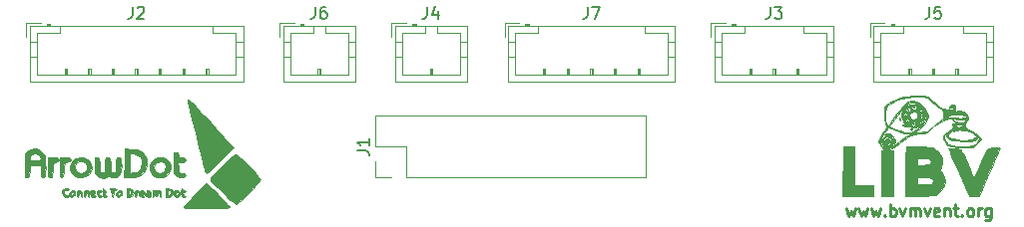
<source format=gto>
G04 #@! TF.GenerationSoftware,KiCad,Pcbnew,(5.1.5)-3*
G04 #@! TF.CreationDate,2020-05-29T16:33:12+07:00*
G04 #@! TF.ProjectId,LIBV_Pannel,4c494256-5f50-4616-9e6e-656c2e6b6963,rev?*
G04 #@! TF.SameCoordinates,PX53724e0PY5fd8220*
G04 #@! TF.FileFunction,Legend,Top*
G04 #@! TF.FilePolarity,Positive*
%FSLAX46Y46*%
G04 Gerber Fmt 4.6, Leading zero omitted, Abs format (unit mm)*
G04 Created by KiCad (PCBNEW (5.1.5)-3) date 2020-05-29 16:33:12*
%MOMM*%
%LPD*%
G04 APERTURE LIST*
%ADD10C,0.250000*%
%ADD11C,0.010000*%
%ADD12C,0.120000*%
%ADD13C,0.150000*%
G04 APERTURE END LIST*
D10*
X77433333Y1514286D02*
X77623809Y847620D01*
X77814285Y1323810D01*
X78004761Y847620D01*
X78195238Y1514286D01*
X78480952Y1514286D02*
X78671428Y847620D01*
X78861904Y1323810D01*
X79052380Y847620D01*
X79242857Y1514286D01*
X79528571Y1514286D02*
X79719047Y847620D01*
X79909523Y1323810D01*
X80100000Y847620D01*
X80290476Y1514286D01*
X80671428Y942858D02*
X80719047Y895239D01*
X80671428Y847620D01*
X80623809Y895239D01*
X80671428Y942858D01*
X80671428Y847620D01*
X81147619Y847620D02*
X81147619Y1847620D01*
X81147619Y1466667D02*
X81242857Y1514286D01*
X81433333Y1514286D01*
X81528571Y1466667D01*
X81576190Y1419048D01*
X81623809Y1323810D01*
X81623809Y1038096D01*
X81576190Y942858D01*
X81528571Y895239D01*
X81433333Y847620D01*
X81242857Y847620D01*
X81147619Y895239D01*
X81957142Y1514286D02*
X82195238Y847620D01*
X82433333Y1514286D01*
X82814285Y847620D02*
X82814285Y1514286D01*
X82814285Y1419048D02*
X82861904Y1466667D01*
X82957142Y1514286D01*
X83100000Y1514286D01*
X83195238Y1466667D01*
X83242857Y1371429D01*
X83242857Y847620D01*
X83242857Y1371429D02*
X83290476Y1466667D01*
X83385714Y1514286D01*
X83528571Y1514286D01*
X83623809Y1466667D01*
X83671428Y1371429D01*
X83671428Y847620D01*
X84052380Y1514286D02*
X84290476Y847620D01*
X84528571Y1514286D01*
X85290476Y895239D02*
X85195238Y847620D01*
X85004761Y847620D01*
X84909523Y895239D01*
X84861904Y990477D01*
X84861904Y1371429D01*
X84909523Y1466667D01*
X85004761Y1514286D01*
X85195238Y1514286D01*
X85290476Y1466667D01*
X85338095Y1371429D01*
X85338095Y1276191D01*
X84861904Y1180953D01*
X85766666Y1514286D02*
X85766666Y847620D01*
X85766666Y1419048D02*
X85814285Y1466667D01*
X85909523Y1514286D01*
X86052380Y1514286D01*
X86147619Y1466667D01*
X86195238Y1371429D01*
X86195238Y847620D01*
X86528571Y1514286D02*
X86909523Y1514286D01*
X86671428Y1847620D02*
X86671428Y990477D01*
X86719047Y895239D01*
X86814285Y847620D01*
X86909523Y847620D01*
X87242857Y942858D02*
X87290476Y895239D01*
X87242857Y847620D01*
X87195238Y895239D01*
X87242857Y942858D01*
X87242857Y847620D01*
X87861904Y847620D02*
X87766666Y895239D01*
X87719047Y942858D01*
X87671428Y1038096D01*
X87671428Y1323810D01*
X87719047Y1419048D01*
X87766666Y1466667D01*
X87861904Y1514286D01*
X88004761Y1514286D01*
X88100000Y1466667D01*
X88147619Y1419048D01*
X88195238Y1323810D01*
X88195238Y1038096D01*
X88147619Y942858D01*
X88100000Y895239D01*
X88004761Y847620D01*
X87861904Y847620D01*
X88623809Y847620D02*
X88623809Y1514286D01*
X88623809Y1323810D02*
X88671428Y1419048D01*
X88719047Y1466667D01*
X88814285Y1514286D01*
X88909523Y1514286D01*
X89671428Y1514286D02*
X89671428Y704762D01*
X89623809Y609524D01*
X89576190Y561905D01*
X89480952Y514286D01*
X89338095Y514286D01*
X89242857Y561905D01*
X89671428Y895239D02*
X89576190Y847620D01*
X89385714Y847620D01*
X89290476Y895239D01*
X89242857Y942858D01*
X89195238Y1038096D01*
X89195238Y1323810D01*
X89242857Y1419048D01*
X89290476Y1466667D01*
X89385714Y1514286D01*
X89576190Y1514286D01*
X89671428Y1466667D01*
D11*
G36*
X21627376Y10740690D02*
G01*
X21786721Y10615721D01*
X22024393Y10392705D01*
X22348807Y10063813D01*
X22768382Y9621217D01*
X23203334Y9152790D01*
X23628328Y8691268D01*
X24036231Y8246746D01*
X24406341Y7841902D01*
X24717957Y7499416D01*
X24950377Y7241969D01*
X25058166Y7120731D01*
X25431332Y6694746D01*
X24339721Y5600706D01*
X23988716Y5252405D01*
X23677214Y4949895D01*
X23425300Y4712149D01*
X23253057Y4558137D01*
X23181573Y4506667D01*
X23101329Y4575014D01*
X23033405Y4697167D01*
X22999364Y4809399D01*
X22930869Y5061390D01*
X22833667Y5430401D01*
X22713501Y5893691D01*
X22576116Y6428518D01*
X22427256Y7012143D01*
X22272666Y7621824D01*
X22118090Y8234820D01*
X21969274Y8828391D01*
X21831962Y9379795D01*
X21711897Y9866293D01*
X21614826Y10265144D01*
X21546492Y10553606D01*
X21512640Y10708939D01*
X21510000Y10727801D01*
X21537941Y10775441D01*
X21627376Y10740690D01*
G37*
X21627376Y10740690D02*
X21786721Y10615721D01*
X22024393Y10392705D01*
X22348807Y10063813D01*
X22768382Y9621217D01*
X23203334Y9152790D01*
X23628328Y8691268D01*
X24036231Y8246746D01*
X24406341Y7841902D01*
X24717957Y7499416D01*
X24950377Y7241969D01*
X25058166Y7120731D01*
X25431332Y6694746D01*
X24339721Y5600706D01*
X23988716Y5252405D01*
X23677214Y4949895D01*
X23425300Y4712149D01*
X23253057Y4558137D01*
X23181573Y4506667D01*
X23101329Y4575014D01*
X23033405Y4697167D01*
X22999364Y4809399D01*
X22930869Y5061390D01*
X22833667Y5430401D01*
X22713501Y5893691D01*
X22576116Y6428518D01*
X22427256Y7012143D01*
X22272666Y7621824D01*
X22118090Y8234820D01*
X21969274Y8828391D01*
X21831962Y9379795D01*
X21711897Y9866293D01*
X21614826Y10265144D01*
X21546492Y10553606D01*
X21512640Y10708939D01*
X21510000Y10727801D01*
X21537941Y10775441D01*
X21627376Y10740690D01*
G36*
X20697455Y6249697D02*
G01*
X20747106Y6112007D01*
X20748000Y6073000D01*
X20770140Y5929859D01*
X20869772Y5871259D01*
X21044334Y5861333D01*
X21244732Y5845519D01*
X21326771Y5774354D01*
X21340667Y5649667D01*
X21318968Y5507290D01*
X21220806Y5448433D01*
X21039909Y5438000D01*
X20739151Y5438000D01*
X20764742Y4993500D01*
X20785404Y4734321D01*
X20827921Y4599113D01*
X20921165Y4542659D01*
X21065500Y4522469D01*
X21266246Y4474814D01*
X21338346Y4368100D01*
X21340667Y4331969D01*
X21270637Y4216269D01*
X21095702Y4162078D01*
X20868591Y4169063D01*
X20642036Y4236890D01*
X20494000Y4337333D01*
X20416713Y4434578D01*
X20366945Y4564503D01*
X20338902Y4763332D01*
X20326788Y5067291D01*
X20324667Y5395667D01*
X20324667Y6284667D01*
X20536334Y6284667D01*
X20697455Y6249697D01*
G37*
X20697455Y6249697D02*
X20747106Y6112007D01*
X20748000Y6073000D01*
X20770140Y5929859D01*
X20869772Y5871259D01*
X21044334Y5861333D01*
X21244732Y5845519D01*
X21326771Y5774354D01*
X21340667Y5649667D01*
X21318968Y5507290D01*
X21220806Y5448433D01*
X21039909Y5438000D01*
X20739151Y5438000D01*
X20764742Y4993500D01*
X20785404Y4734321D01*
X20827921Y4599113D01*
X20921165Y4542659D01*
X21065500Y4522469D01*
X21266246Y4474814D01*
X21338346Y4368100D01*
X21340667Y4331969D01*
X21270637Y4216269D01*
X21095702Y4162078D01*
X20868591Y4169063D01*
X20642036Y4236890D01*
X20494000Y4337333D01*
X20416713Y4434578D01*
X20366945Y4564503D01*
X20338902Y4763332D01*
X20326788Y5067291D01*
X20324667Y5395667D01*
X20324667Y6284667D01*
X20536334Y6284667D01*
X20697455Y6249697D01*
G36*
X16726334Y6573560D02*
G01*
X17243884Y6505625D01*
X17650717Y6325350D01*
X17935908Y6043016D01*
X18088534Y5668904D01*
X18104918Y5276129D01*
X17989892Y4835724D01*
X17751844Y4490419D01*
X17412673Y4261159D01*
X16994276Y4168889D01*
X16946371Y4168000D01*
X16761014Y4189095D01*
X16691446Y4279883D01*
X16684000Y4379667D01*
X16712394Y4532427D01*
X16831796Y4587051D01*
X16931075Y4591333D01*
X17239855Y4624276D01*
X17443240Y4742464D01*
X17576132Y4936056D01*
X17692083Y5309225D01*
X17656744Y5649721D01*
X17484581Y5928521D01*
X17190062Y6116603D01*
X16959035Y6174050D01*
X16599334Y6222296D01*
X16599334Y4168000D01*
X16171351Y4168000D01*
X16194842Y5374500D01*
X16218334Y6581000D01*
X16726334Y6573560D01*
G37*
X16726334Y6573560D02*
X17243884Y6505625D01*
X17650717Y6325350D01*
X17935908Y6043016D01*
X18088534Y5668904D01*
X18104918Y5276129D01*
X17989892Y4835724D01*
X17751844Y4490419D01*
X17412673Y4261159D01*
X16994276Y4168889D01*
X16946371Y4168000D01*
X16761014Y4189095D01*
X16691446Y4279883D01*
X16684000Y4379667D01*
X16712394Y4532427D01*
X16831796Y4587051D01*
X16931075Y4591333D01*
X17239855Y4624276D01*
X17443240Y4742464D01*
X17576132Y4936056D01*
X17692083Y5309225D01*
X17656744Y5649721D01*
X17484581Y5928521D01*
X17190062Y6116603D01*
X16959035Y6174050D01*
X16599334Y6222296D01*
X16599334Y4168000D01*
X16171351Y4168000D01*
X16194842Y5374500D01*
X16218334Y6581000D01*
X16726334Y6573560D01*
G36*
X11408925Y5837671D02*
G01*
X11549871Y5806142D01*
X11600351Y5735845D01*
X11604000Y5690937D01*
X11530820Y5550075D01*
X11415620Y5507389D01*
X11214521Y5397077D01*
X11079568Y5141461D01*
X11016578Y4753457D01*
X11012582Y4612500D01*
X11003720Y4350843D01*
X10968594Y4217348D01*
X10891531Y4171177D01*
X10842000Y4168000D01*
X10764511Y4179753D01*
X10715085Y4235575D01*
X10687471Y4366311D01*
X10675417Y4602804D01*
X10672672Y4975899D01*
X10672667Y5003530D01*
X10672667Y5839061D01*
X11138334Y5843245D01*
X11408925Y5837671D01*
G37*
X11408925Y5837671D02*
X11549871Y5806142D01*
X11600351Y5735845D01*
X11604000Y5690937D01*
X11530820Y5550075D01*
X11415620Y5507389D01*
X11214521Y5397077D01*
X11079568Y5141461D01*
X11016578Y4753457D01*
X11012582Y4612500D01*
X11003720Y4350843D01*
X10968594Y4217348D01*
X10891531Y4171177D01*
X10842000Y4168000D01*
X10764511Y4179753D01*
X10715085Y4235575D01*
X10687471Y4366311D01*
X10675417Y4602804D01*
X10672672Y4975899D01*
X10672667Y5003530D01*
X10672667Y5839061D01*
X11138334Y5843245D01*
X11408925Y5837671D01*
G36*
X10392047Y5838060D02*
G01*
X10532571Y5807264D01*
X10583619Y5737367D01*
X10588000Y5685048D01*
X10535739Y5551589D01*
X10467048Y5522667D01*
X10269170Y5454938D01*
X10142894Y5247063D01*
X10084861Y4892014D01*
X10080000Y4712286D01*
X10076190Y4418461D01*
X10054790Y4255488D01*
X10000840Y4184904D01*
X9899385Y4168247D01*
X9868334Y4168000D01*
X9771764Y4173262D01*
X9710207Y4209797D01*
X9675780Y4308724D01*
X9660599Y4501166D01*
X9656780Y4818243D01*
X9656667Y5003530D01*
X9656667Y5839061D01*
X10122334Y5843245D01*
X10392047Y5838060D01*
G37*
X10392047Y5838060D02*
X10532571Y5807264D01*
X10583619Y5737367D01*
X10588000Y5685048D01*
X10535739Y5551589D01*
X10467048Y5522667D01*
X10269170Y5454938D01*
X10142894Y5247063D01*
X10084861Y4892014D01*
X10080000Y4712286D01*
X10076190Y4418461D01*
X10054790Y4255488D01*
X10000840Y4184904D01*
X9899385Y4168247D01*
X9868334Y4168000D01*
X9771764Y4173262D01*
X9710207Y4209797D01*
X9675780Y4308724D01*
X9660599Y4501166D01*
X9656780Y4818243D01*
X9656667Y5003530D01*
X9656667Y5839061D01*
X10122334Y5843245D01*
X10392047Y5838060D01*
G36*
X8921459Y6539388D02*
G01*
X9201775Y6320666D01*
X9339035Y6114156D01*
X9417694Y5899775D01*
X9464670Y5614029D01*
X9485198Y5217316D01*
X9487202Y4993500D01*
X9485888Y4615043D01*
X9476451Y4374609D01*
X9450869Y4240890D01*
X9401117Y4182575D01*
X9319174Y4168355D01*
X9275667Y4168000D01*
X9158358Y4178756D01*
X9095024Y4237533D01*
X9069095Y4384092D01*
X9064005Y4658194D01*
X9064000Y4676000D01*
X9064000Y5184000D01*
X8132667Y5184000D01*
X8132667Y4676000D01*
X8128185Y4394460D01*
X8103695Y4242456D01*
X8042629Y4180228D01*
X7928419Y4168011D01*
X7921000Y4168000D01*
X7709334Y4168000D01*
X7709334Y5148180D01*
X7710198Y5402722D01*
X8054684Y5402722D01*
X8070251Y5292908D01*
X8099153Y5291597D01*
X8119364Y5404914D01*
X8105837Y5453875D01*
X8068242Y5485945D01*
X8054684Y5402722D01*
X7710198Y5402722D01*
X7710764Y5569160D01*
X7718165Y5802067D01*
X8132667Y5802067D01*
X8147311Y5690299D01*
X8218671Y5632086D01*
X8387887Y5610225D01*
X8598334Y5607333D01*
X8898653Y5623536D01*
X9044833Y5674039D01*
X9064000Y5715495D01*
X8990253Y5936166D01*
X8810088Y6117583D01*
X8585119Y6199541D01*
X8568133Y6200000D01*
X8302177Y6140318D01*
X8157935Y5965490D01*
X8132667Y5802067D01*
X7718165Y5802067D01*
X7719909Y5856929D01*
X7744051Y6047606D01*
X7790471Y6177312D01*
X7866451Y6282169D01*
X7956821Y6375846D01*
X8259872Y6574383D01*
X8594455Y6626428D01*
X8921459Y6539388D01*
G37*
X8921459Y6539388D02*
X9201775Y6320666D01*
X9339035Y6114156D01*
X9417694Y5899775D01*
X9464670Y5614029D01*
X9485198Y5217316D01*
X9487202Y4993500D01*
X9485888Y4615043D01*
X9476451Y4374609D01*
X9450869Y4240890D01*
X9401117Y4182575D01*
X9319174Y4168355D01*
X9275667Y4168000D01*
X9158358Y4178756D01*
X9095024Y4237533D01*
X9069095Y4384092D01*
X9064005Y4658194D01*
X9064000Y4676000D01*
X9064000Y5184000D01*
X8132667Y5184000D01*
X8132667Y4676000D01*
X8128185Y4394460D01*
X8103695Y4242456D01*
X8042629Y4180228D01*
X7928419Y4168011D01*
X7921000Y4168000D01*
X7709334Y4168000D01*
X7709334Y5148180D01*
X7710198Y5402722D01*
X8054684Y5402722D01*
X8070251Y5292908D01*
X8099153Y5291597D01*
X8119364Y5404914D01*
X8105837Y5453875D01*
X8068242Y5485945D01*
X8054684Y5402722D01*
X7710198Y5402722D01*
X7710764Y5569160D01*
X7718165Y5802067D01*
X8132667Y5802067D01*
X8147311Y5690299D01*
X8218671Y5632086D01*
X8387887Y5610225D01*
X8598334Y5607333D01*
X8898653Y5623536D01*
X9044833Y5674039D01*
X9064000Y5715495D01*
X8990253Y5936166D01*
X8810088Y6117583D01*
X8585119Y6199541D01*
X8568133Y6200000D01*
X8302177Y6140318D01*
X8157935Y5965490D01*
X8132667Y5802067D01*
X7718165Y5802067D01*
X7719909Y5856929D01*
X7744051Y6047606D01*
X7790471Y6177312D01*
X7866451Y6282169D01*
X7956821Y6375846D01*
X8259872Y6574383D01*
X8594455Y6626428D01*
X8921459Y6539388D01*
G36*
X19467956Y5828495D02*
G01*
X19771421Y5676884D01*
X19996065Y5431209D01*
X20104549Y5112162D01*
X20109152Y5026882D01*
X20035503Y4661354D01*
X19833713Y4379668D01*
X19532520Y4201922D01*
X19160660Y4148213D01*
X18906935Y4186093D01*
X18597235Y4340206D01*
X18394964Y4588618D01*
X18303425Y4892095D01*
X18310407Y4991224D01*
X18709539Y4991224D01*
X18735893Y4760800D01*
X18861964Y4599413D01*
X18864167Y4598115D01*
X19151498Y4507715D01*
X19421394Y4555758D01*
X19617085Y4724895D01*
X19708031Y4984052D01*
X19663114Y5220769D01*
X19515468Y5401913D01*
X19298227Y5494351D01*
X19044523Y5464950D01*
X18934228Y5407752D01*
X18777464Y5227827D01*
X18709539Y4991224D01*
X18310407Y4991224D01*
X18325917Y5211405D01*
X18465743Y5507313D01*
X18726203Y5740586D01*
X18773934Y5766757D01*
X19123014Y5865350D01*
X19467956Y5828495D01*
G37*
X19467956Y5828495D02*
X19771421Y5676884D01*
X19996065Y5431209D01*
X20104549Y5112162D01*
X20109152Y5026882D01*
X20035503Y4661354D01*
X19833713Y4379668D01*
X19532520Y4201922D01*
X19160660Y4148213D01*
X18906935Y4186093D01*
X18597235Y4340206D01*
X18394964Y4588618D01*
X18303425Y4892095D01*
X18310407Y4991224D01*
X18709539Y4991224D01*
X18735893Y4760800D01*
X18861964Y4599413D01*
X18864167Y4598115D01*
X19151498Y4507715D01*
X19421394Y4555758D01*
X19617085Y4724895D01*
X19708031Y4984052D01*
X19663114Y5220769D01*
X19515468Y5401913D01*
X19298227Y5494351D01*
X19044523Y5464950D01*
X18934228Y5407752D01*
X18777464Y5227827D01*
X18709539Y4991224D01*
X18310407Y4991224D01*
X18325917Y5211405D01*
X18465743Y5507313D01*
X18726203Y5740586D01*
X18773934Y5766757D01*
X19123014Y5865350D01*
X19467956Y5828495D01*
G36*
X15817117Y5853700D02*
G01*
X15878927Y5807773D01*
X15909934Y5689015D01*
X15920752Y5462886D01*
X15922000Y5184000D01*
X15898646Y4730586D01*
X15818343Y4421867D01*
X15665729Y4238395D01*
X15425441Y4160716D01*
X15117667Y4165571D01*
X14942474Y4211333D01*
X14876990Y4250897D01*
X14759455Y4264443D01*
X14580657Y4201765D01*
X14413288Y4118437D01*
X14298156Y4097820D01*
X14156947Y4140252D01*
X14008505Y4204232D01*
X13837889Y4295802D01*
X13728599Y4415832D01*
X13667379Y4600940D01*
X13640973Y4887742D01*
X13636000Y5233258D01*
X13638804Y5554137D01*
X13655135Y5741537D01*
X13696870Y5831305D01*
X13775887Y5859288D01*
X13844105Y5861333D01*
X13948987Y5852394D01*
X14012846Y5802220D01*
X14048114Y5675782D01*
X14067220Y5438047D01*
X14076939Y5205167D01*
X14092096Y4875602D01*
X14115206Y4680259D01*
X14158897Y4584089D01*
X14235793Y4552045D01*
X14313334Y4549000D01*
X14419964Y4557486D01*
X14484818Y4606307D01*
X14520521Y4730512D01*
X14539701Y4965148D01*
X14549728Y5205167D01*
X14565090Y5534885D01*
X14588540Y5730330D01*
X14632311Y5826514D01*
X14708637Y5858447D01*
X14779000Y5861333D01*
X14882137Y5851914D01*
X14945006Y5800316D01*
X14979843Y5671528D01*
X14998879Y5430540D01*
X15008272Y5205167D01*
X15023429Y4875602D01*
X15046540Y4680259D01*
X15090230Y4584089D01*
X15167127Y4552045D01*
X15244667Y4549000D01*
X15351298Y4557486D01*
X15416152Y4606307D01*
X15451855Y4730512D01*
X15471034Y4965148D01*
X15481062Y5205167D01*
X15496319Y5534801D01*
X15519596Y5730191D01*
X15563320Y5826367D01*
X15639924Y5858361D01*
X15713895Y5861333D01*
X15817117Y5853700D01*
G37*
X15817117Y5853700D02*
X15878927Y5807773D01*
X15909934Y5689015D01*
X15920752Y5462886D01*
X15922000Y5184000D01*
X15898646Y4730586D01*
X15818343Y4421867D01*
X15665729Y4238395D01*
X15425441Y4160716D01*
X15117667Y4165571D01*
X14942474Y4211333D01*
X14876990Y4250897D01*
X14759455Y4264443D01*
X14580657Y4201765D01*
X14413288Y4118437D01*
X14298156Y4097820D01*
X14156947Y4140252D01*
X14008505Y4204232D01*
X13837889Y4295802D01*
X13728599Y4415832D01*
X13667379Y4600940D01*
X13640973Y4887742D01*
X13636000Y5233258D01*
X13638804Y5554137D01*
X13655135Y5741537D01*
X13696870Y5831305D01*
X13775887Y5859288D01*
X13844105Y5861333D01*
X13948987Y5852394D01*
X14012846Y5802220D01*
X14048114Y5675782D01*
X14067220Y5438047D01*
X14076939Y5205167D01*
X14092096Y4875602D01*
X14115206Y4680259D01*
X14158897Y4584089D01*
X14235793Y4552045D01*
X14313334Y4549000D01*
X14419964Y4557486D01*
X14484818Y4606307D01*
X14520521Y4730512D01*
X14539701Y4965148D01*
X14549728Y5205167D01*
X14565090Y5534885D01*
X14588540Y5730330D01*
X14632311Y5826514D01*
X14708637Y5858447D01*
X14779000Y5861333D01*
X14882137Y5851914D01*
X14945006Y5800316D01*
X14979843Y5671528D01*
X14998879Y5430540D01*
X15008272Y5205167D01*
X15023429Y4875602D01*
X15046540Y4680259D01*
X15090230Y4584089D01*
X15167127Y4552045D01*
X15244667Y4549000D01*
X15351298Y4557486D01*
X15416152Y4606307D01*
X15451855Y4730512D01*
X15471034Y4965148D01*
X15481062Y5205167D01*
X15496319Y5534801D01*
X15519596Y5730191D01*
X15563320Y5826367D01*
X15639924Y5858361D01*
X15713895Y5861333D01*
X15817117Y5853700D01*
G36*
X12583981Y5839700D02*
G01*
X12931860Y5763628D01*
X13165676Y5607026D01*
X13334468Y5334872D01*
X13353918Y5289833D01*
X13411385Y4961972D01*
X13328289Y4654445D01*
X13133182Y4396195D01*
X12854618Y4216162D01*
X12521147Y4143289D01*
X12254754Y4175661D01*
X11909561Y4340595D01*
X11674301Y4597899D01*
X11569298Y4914580D01*
X11582578Y5031162D01*
X11999111Y5031162D01*
X12056070Y4733097D01*
X12228115Y4558984D01*
X12493000Y4506667D01*
X12718802Y4544991D01*
X12876963Y4637245D01*
X12877744Y4638178D01*
X12971749Y4854240D01*
X12976515Y5112631D01*
X12896907Y5335613D01*
X12829596Y5407651D01*
X12566135Y5517811D01*
X12311272Y5491759D01*
X12109392Y5349619D01*
X12004881Y5111511D01*
X11999111Y5031162D01*
X11582578Y5031162D01*
X11605241Y5230093D01*
X11795289Y5565413D01*
X12090336Y5775961D01*
X12466613Y5846933D01*
X12583981Y5839700D01*
G37*
X12583981Y5839700D02*
X12931860Y5763628D01*
X13165676Y5607026D01*
X13334468Y5334872D01*
X13353918Y5289833D01*
X13411385Y4961972D01*
X13328289Y4654445D01*
X13133182Y4396195D01*
X12854618Y4216162D01*
X12521147Y4143289D01*
X12254754Y4175661D01*
X11909561Y4340595D01*
X11674301Y4597899D01*
X11569298Y4914580D01*
X11582578Y5031162D01*
X11999111Y5031162D01*
X12056070Y4733097D01*
X12228115Y4558984D01*
X12493000Y4506667D01*
X12718802Y4544991D01*
X12876963Y4637245D01*
X12877744Y4638178D01*
X12971749Y4854240D01*
X12976515Y5112631D01*
X12896907Y5335613D01*
X12829596Y5407651D01*
X12566135Y5517811D01*
X12311272Y5491759D01*
X12109392Y5349619D01*
X12004881Y5111511D01*
X11999111Y5031162D01*
X11582578Y5031162D01*
X11605241Y5230093D01*
X11795289Y5565413D01*
X12090336Y5775961D01*
X12466613Y5846933D01*
X12583981Y5839700D01*
G36*
X21083017Y3184007D02*
G01*
X21086667Y3156997D01*
X21155164Y3077479D01*
X21213667Y3067333D01*
X21326339Y3021616D01*
X21340667Y2982667D01*
X21273180Y2905192D01*
X21227778Y2898000D01*
X21127860Y2829927D01*
X21114889Y2771000D01*
X21175398Y2658593D01*
X21227778Y2644000D01*
X21331078Y2593385D01*
X21340667Y2559333D01*
X21270160Y2489318D01*
X21180227Y2474667D01*
X21069767Y2513277D01*
X21009460Y2655557D01*
X20986886Y2819663D01*
X20980996Y3044777D01*
X21006287Y3187658D01*
X21020326Y3205659D01*
X21083017Y3184007D01*
G37*
X21083017Y3184007D02*
X21086667Y3156997D01*
X21155164Y3077479D01*
X21213667Y3067333D01*
X21326339Y3021616D01*
X21340667Y2982667D01*
X21273180Y2905192D01*
X21227778Y2898000D01*
X21127860Y2829927D01*
X21114889Y2771000D01*
X21175398Y2658593D01*
X21227778Y2644000D01*
X21331078Y2593385D01*
X21340667Y2559333D01*
X21270160Y2489318D01*
X21180227Y2474667D01*
X21069767Y2513277D01*
X21009460Y2655557D01*
X20986886Y2819663D01*
X20980996Y3044777D01*
X21006287Y3187658D01*
X21020326Y3205659D01*
X21083017Y3184007D01*
G36*
X20136416Y3177183D02*
G01*
X20251208Y3046392D01*
X20338658Y2933641D01*
X20388242Y2961726D01*
X20491990Y3056748D01*
X20658455Y3061635D01*
X20813976Y2986618D01*
X20876290Y2893937D01*
X20881542Y2683805D01*
X20780816Y2540848D01*
X20623214Y2491013D01*
X20457835Y2560246D01*
X20393065Y2638588D01*
X20309130Y2753045D01*
X20241801Y2727845D01*
X20175880Y2638588D01*
X20004788Y2509098D01*
X19854199Y2474667D01*
X19726450Y2491193D01*
X19665923Y2570934D01*
X19648055Y2759130D01*
X19647334Y2855667D01*
X19816667Y2855667D01*
X19865653Y2690983D01*
X19974048Y2645700D01*
X20084009Y2735313D01*
X20100652Y2771000D01*
X20494000Y2771000D01*
X20561773Y2658752D01*
X20621000Y2644000D01*
X20733249Y2711773D01*
X20748000Y2771000D01*
X20680227Y2883249D01*
X20621000Y2898000D01*
X20508752Y2830227D01*
X20494000Y2771000D01*
X20100652Y2771000D01*
X20104216Y2778641D01*
X20116109Y2963633D01*
X19999180Y3060735D01*
X19938670Y3067333D01*
X19841902Y2993578D01*
X19816667Y2855667D01*
X19647334Y2855667D01*
X19654780Y3089978D01*
X19697297Y3200959D01*
X19805146Y3234542D01*
X19898355Y3236667D01*
X20136416Y3177183D01*
G37*
X20136416Y3177183D02*
X20251208Y3046392D01*
X20338658Y2933641D01*
X20388242Y2961726D01*
X20491990Y3056748D01*
X20658455Y3061635D01*
X20813976Y2986618D01*
X20876290Y2893937D01*
X20881542Y2683805D01*
X20780816Y2540848D01*
X20623214Y2491013D01*
X20457835Y2560246D01*
X20393065Y2638588D01*
X20309130Y2753045D01*
X20241801Y2727845D01*
X20175880Y2638588D01*
X20004788Y2509098D01*
X19854199Y2474667D01*
X19726450Y2491193D01*
X19665923Y2570934D01*
X19648055Y2759130D01*
X19647334Y2855667D01*
X19816667Y2855667D01*
X19865653Y2690983D01*
X19974048Y2645700D01*
X20084009Y2735313D01*
X20100652Y2771000D01*
X20494000Y2771000D01*
X20561773Y2658752D01*
X20621000Y2644000D01*
X20733249Y2711773D01*
X20748000Y2771000D01*
X20680227Y2883249D01*
X20621000Y2898000D01*
X20508752Y2830227D01*
X20494000Y2771000D01*
X20100652Y2771000D01*
X20104216Y2778641D01*
X20116109Y2963633D01*
X19999180Y3060735D01*
X19938670Y3067333D01*
X19841902Y2993578D01*
X19816667Y2855667D01*
X19647334Y2855667D01*
X19654780Y3089978D01*
X19697297Y3200959D01*
X19805146Y3234542D01*
X19898355Y3236667D01*
X20136416Y3177183D01*
G36*
X18906500Y3051035D02*
G01*
X19134065Y3024045D01*
X19243269Y2960549D01*
X19285053Y2820835D01*
X19292865Y2749833D01*
X19287028Y2560459D01*
X19235457Y2475267D01*
X19229365Y2474667D01*
X19161699Y2547089D01*
X19139334Y2686333D01*
X19110351Y2845448D01*
X19054667Y2898000D01*
X18992800Y2825058D01*
X18970000Y2669400D01*
X18943111Y2530011D01*
X18879902Y2534255D01*
X18806560Y2668391D01*
X18776373Y2771000D01*
X18746380Y2855054D01*
X18729858Y2780252D01*
X18725822Y2707500D01*
X18690682Y2521034D01*
X18628335Y2481598D01*
X18569987Y2577282D01*
X18546667Y2775868D01*
X18546667Y3077070D01*
X18906500Y3051035D01*
G37*
X18906500Y3051035D02*
X19134065Y3024045D01*
X19243269Y2960549D01*
X19285053Y2820835D01*
X19292865Y2749833D01*
X19287028Y2560459D01*
X19235457Y2475267D01*
X19229365Y2474667D01*
X19161699Y2547089D01*
X19139334Y2686333D01*
X19110351Y2845448D01*
X19054667Y2898000D01*
X18992800Y2825058D01*
X18970000Y2669400D01*
X18943111Y2530011D01*
X18879902Y2534255D01*
X18806560Y2668391D01*
X18776373Y2771000D01*
X18746380Y2855054D01*
X18729858Y2780252D01*
X18725822Y2707500D01*
X18690682Y2521034D01*
X18628335Y2481598D01*
X18569987Y2577282D01*
X18546667Y2775868D01*
X18546667Y3077070D01*
X18906500Y3051035D01*
G36*
X17811606Y3017978D02*
G01*
X17917800Y2919167D01*
X18019094Y2820858D01*
X18114598Y2864642D01*
X18138800Y2889254D01*
X18199852Y2967350D01*
X18144500Y2947758D01*
X18051606Y2945222D01*
X18038667Y2983559D01*
X18108718Y3047497D01*
X18229167Y3052055D01*
X18369641Y2992050D01*
X18417933Y2834215D01*
X18419667Y2771000D01*
X18389668Y2579496D01*
X18276468Y2499008D01*
X18228788Y2489895D01*
X18050192Y2520648D01*
X17986897Y2595729D01*
X17871478Y2698826D01*
X17862013Y2700445D01*
X18151556Y2700445D01*
X18163178Y2650110D01*
X18208000Y2644000D01*
X18277690Y2674978D01*
X18264445Y2700445D01*
X18163965Y2710578D01*
X18151556Y2700445D01*
X17862013Y2700445D01*
X17754442Y2718845D01*
X17642436Y2705025D01*
X17692829Y2678014D01*
X17721167Y2670304D01*
X17853446Y2593726D01*
X17839630Y2509828D01*
X17702979Y2474667D01*
X17534664Y2543016D01*
X17443104Y2649412D01*
X17403522Y2847632D01*
X17454498Y2940333D01*
X17615334Y2940333D01*
X17657667Y2898000D01*
X17700000Y2940333D01*
X17657667Y2982667D01*
X17615334Y2940333D01*
X17454498Y2940333D01*
X17483585Y2993226D01*
X17635533Y3059055D01*
X17811606Y3017978D01*
G37*
X17811606Y3017978D02*
X17917800Y2919167D01*
X18019094Y2820858D01*
X18114598Y2864642D01*
X18138800Y2889254D01*
X18199852Y2967350D01*
X18144500Y2947758D01*
X18051606Y2945222D01*
X18038667Y2983559D01*
X18108718Y3047497D01*
X18229167Y3052055D01*
X18369641Y2992050D01*
X18417933Y2834215D01*
X18419667Y2771000D01*
X18389668Y2579496D01*
X18276468Y2499008D01*
X18228788Y2489895D01*
X18050192Y2520648D01*
X17986897Y2595729D01*
X17871478Y2698826D01*
X17862013Y2700445D01*
X18151556Y2700445D01*
X18163178Y2650110D01*
X18208000Y2644000D01*
X18277690Y2674978D01*
X18264445Y2700445D01*
X18163965Y2710578D01*
X18151556Y2700445D01*
X17862013Y2700445D01*
X17754442Y2718845D01*
X17642436Y2705025D01*
X17692829Y2678014D01*
X17721167Y2670304D01*
X17853446Y2593726D01*
X17839630Y2509828D01*
X17702979Y2474667D01*
X17534664Y2543016D01*
X17443104Y2649412D01*
X17403522Y2847632D01*
X17454498Y2940333D01*
X17615334Y2940333D01*
X17657667Y2898000D01*
X17700000Y2940333D01*
X17657667Y2982667D01*
X17615334Y2940333D01*
X17454498Y2940333D01*
X17483585Y2993226D01*
X17635533Y3059055D01*
X17811606Y3017978D01*
G36*
X17329581Y3031877D02*
G01*
X17361334Y2982667D01*
X17296904Y2900460D01*
X17276667Y2898000D01*
X17213021Y2825544D01*
X17192000Y2686333D01*
X17163018Y2527219D01*
X17107334Y2474667D01*
X17051371Y2549096D01*
X17023398Y2732110D01*
X17022667Y2771000D01*
X17041609Y2975239D01*
X17115556Y3057647D01*
X17192000Y3067333D01*
X17329581Y3031877D01*
G37*
X17329581Y3031877D02*
X17361334Y2982667D01*
X17296904Y2900460D01*
X17276667Y2898000D01*
X17213021Y2825544D01*
X17192000Y2686333D01*
X17163018Y2527219D01*
X17107334Y2474667D01*
X17051371Y2549096D01*
X17023398Y2732110D01*
X17022667Y2771000D01*
X17041609Y2975239D01*
X17115556Y3057647D01*
X17192000Y3067333D01*
X17329581Y3031877D01*
G36*
X16784957Y3169453D02*
G01*
X16919911Y2984481D01*
X16938000Y2855667D01*
X16867799Y2621197D01*
X16674606Y2491987D01*
X16540067Y2474667D01*
X16419510Y2493319D01*
X16362399Y2579151D01*
X16345829Y2776979D01*
X16345379Y2848611D01*
X16514667Y2848611D01*
X16554054Y2693285D01*
X16640157Y2671244D01*
X16724886Y2775467D01*
X16753389Y2883465D01*
X16729528Y3036221D01*
X16647555Y3067333D01*
X16539691Y2994301D01*
X16514667Y2848611D01*
X16345379Y2848611D01*
X16345334Y2855667D01*
X16354867Y3091538D01*
X16398737Y3203277D01*
X16499849Y3235698D01*
X16540067Y3236667D01*
X16784957Y3169453D01*
G37*
X16784957Y3169453D02*
X16919911Y2984481D01*
X16938000Y2855667D01*
X16867799Y2621197D01*
X16674606Y2491987D01*
X16540067Y2474667D01*
X16419510Y2493319D01*
X16362399Y2579151D01*
X16345829Y2776979D01*
X16345379Y2848611D01*
X16514667Y2848611D01*
X16554054Y2693285D01*
X16640157Y2671244D01*
X16724886Y2775467D01*
X16753389Y2883465D01*
X16729528Y3036221D01*
X16647555Y3067333D01*
X16539691Y2994301D01*
X16514667Y2848611D01*
X16345379Y2848611D01*
X16345334Y2855667D01*
X16354867Y3091538D01*
X16398737Y3203277D01*
X16499849Y3235698D01*
X16540067Y3236667D01*
X16784957Y3169453D01*
G36*
X15934467Y2961837D02*
G01*
X15999821Y2808856D01*
X15936567Y2620823D01*
X15918625Y2597600D01*
X15745681Y2483240D01*
X15566396Y2536352D01*
X15492777Y2608764D01*
X15437269Y2771000D01*
X15583334Y2771000D01*
X15651106Y2658752D01*
X15710334Y2644000D01*
X15822582Y2711773D01*
X15837334Y2771000D01*
X15769561Y2883249D01*
X15710334Y2898000D01*
X15598085Y2830227D01*
X15583334Y2771000D01*
X15437269Y2771000D01*
X15434003Y2780543D01*
X15510760Y2933613D01*
X15691873Y3019549D01*
X15760735Y3025000D01*
X15934467Y2961837D01*
G37*
X15934467Y2961837D02*
X15999821Y2808856D01*
X15936567Y2620823D01*
X15918625Y2597600D01*
X15745681Y2483240D01*
X15566396Y2536352D01*
X15492777Y2608764D01*
X15437269Y2771000D01*
X15583334Y2771000D01*
X15651106Y2658752D01*
X15710334Y2644000D01*
X15822582Y2711773D01*
X15837334Y2771000D01*
X15769561Y2883249D01*
X15710334Y2898000D01*
X15598085Y2830227D01*
X15583334Y2771000D01*
X15437269Y2771000D01*
X15434003Y2780543D01*
X15510760Y2933613D01*
X15691873Y3019549D01*
X15760735Y3025000D01*
X15934467Y2961837D01*
G36*
X15398201Y3215401D02*
G01*
X15496107Y3163112D01*
X15498667Y3152000D01*
X15430090Y3076886D01*
X15371667Y3067333D01*
X15277735Y3003074D01*
X15244896Y2797989D01*
X15244667Y2771000D01*
X15223401Y2575133D01*
X15171112Y2477226D01*
X15160000Y2474667D01*
X15104038Y2549096D01*
X15076065Y2732110D01*
X15075334Y2771000D01*
X15054068Y2966868D01*
X15001778Y3064774D01*
X14990667Y3067333D01*
X14908460Y3131763D01*
X14906000Y3152000D01*
X14980429Y3207962D01*
X15163444Y3235936D01*
X15202334Y3236667D01*
X15398201Y3215401D01*
G37*
X15398201Y3215401D02*
X15496107Y3163112D01*
X15498667Y3152000D01*
X15430090Y3076886D01*
X15371667Y3067333D01*
X15277735Y3003074D01*
X15244896Y2797989D01*
X15244667Y2771000D01*
X15223401Y2575133D01*
X15171112Y2477226D01*
X15160000Y2474667D01*
X15104038Y2549096D01*
X15076065Y2732110D01*
X15075334Y2771000D01*
X15054068Y2966868D01*
X15001778Y3064774D01*
X14990667Y3067333D01*
X14908460Y3131763D01*
X14906000Y3152000D01*
X14980429Y3207962D01*
X15163444Y3235936D01*
X15202334Y3236667D01*
X15398201Y3215401D01*
G36*
X14452387Y3183684D02*
G01*
X14551459Y3095304D01*
X14637175Y2976164D01*
X14587744Y2918915D01*
X14501518Y2833142D01*
X14488732Y2713294D01*
X14555724Y2644747D01*
X14567334Y2644000D01*
X14649540Y2579571D01*
X14652000Y2559333D01*
X14588070Y2486590D01*
X14456433Y2483944D01*
X14369778Y2531111D01*
X14334766Y2638246D01*
X14316743Y2828648D01*
X14316471Y3035566D01*
X14334712Y3192251D01*
X14361714Y3236667D01*
X14452387Y3183684D01*
G37*
X14452387Y3183684D02*
X14551459Y3095304D01*
X14637175Y2976164D01*
X14587744Y2918915D01*
X14501518Y2833142D01*
X14488732Y2713294D01*
X14555724Y2644747D01*
X14567334Y2644000D01*
X14649540Y2579571D01*
X14652000Y2559333D01*
X14588070Y2486590D01*
X14456433Y2483944D01*
X14369778Y2531111D01*
X14334766Y2638246D01*
X14316743Y2828648D01*
X14316471Y3035566D01*
X14334712Y3192251D01*
X14361714Y3236667D01*
X14452387Y3183684D01*
G36*
X14185967Y3039547D02*
G01*
X14228667Y2988555D01*
X14160185Y2908252D01*
X14101667Y2898000D01*
X13989418Y2830227D01*
X13974667Y2771000D01*
X14042440Y2658752D01*
X14101667Y2644000D01*
X14214339Y2598283D01*
X14228667Y2559333D01*
X14170186Y2482424D01*
X14039070Y2494452D01*
X13901813Y2587831D01*
X13893376Y2597600D01*
X13816134Y2788871D01*
X13871292Y2960686D01*
X14039032Y3052055D01*
X14185967Y3039547D01*
G37*
X14185967Y3039547D02*
X14228667Y2988555D01*
X14160185Y2908252D01*
X14101667Y2898000D01*
X13989418Y2830227D01*
X13974667Y2771000D01*
X14042440Y2658752D01*
X14101667Y2644000D01*
X14214339Y2598283D01*
X14228667Y2559333D01*
X14170186Y2482424D01*
X14039070Y2494452D01*
X13901813Y2587831D01*
X13893376Y2597600D01*
X13816134Y2788871D01*
X13871292Y2960686D01*
X14039032Y3052055D01*
X14185967Y3039547D01*
G36*
X13657049Y2975504D02*
G01*
X13703959Y2851344D01*
X13627876Y2738796D01*
X13535116Y2704401D01*
X13339667Y2667060D01*
X13530167Y2655530D01*
X13679071Y2614507D01*
X13720667Y2559333D01*
X13657049Y2486054D01*
X13512903Y2483826D01*
X13358291Y2546264D01*
X13300705Y2597604D01*
X13232903Y2775108D01*
X13276136Y2940333D01*
X13466667Y2940333D01*
X13509000Y2898000D01*
X13551334Y2940333D01*
X13509000Y2982667D01*
X13466667Y2940333D01*
X13276136Y2940333D01*
X13277495Y2945526D01*
X13407732Y3046176D01*
X13494241Y3051103D01*
X13657049Y2975504D01*
G37*
X13657049Y2975504D02*
X13703959Y2851344D01*
X13627876Y2738796D01*
X13535116Y2704401D01*
X13339667Y2667060D01*
X13530167Y2655530D01*
X13679071Y2614507D01*
X13720667Y2559333D01*
X13657049Y2486054D01*
X13512903Y2483826D01*
X13358291Y2546264D01*
X13300705Y2597604D01*
X13232903Y2775108D01*
X13276136Y2940333D01*
X13466667Y2940333D01*
X13509000Y2898000D01*
X13551334Y2940333D01*
X13509000Y2982667D01*
X13466667Y2940333D01*
X13276136Y2940333D01*
X13277495Y2945526D01*
X13407732Y3046176D01*
X13494241Y3051103D01*
X13657049Y2975504D01*
G36*
X13083709Y3026325D02*
G01*
X13128000Y2904925D01*
X13154866Y2692321D01*
X13179392Y2608592D01*
X13179245Y2495686D01*
X13137059Y2474667D01*
X13066626Y2547064D01*
X13043334Y2686333D01*
X13014351Y2845448D01*
X12958667Y2898000D01*
X12895021Y2825544D01*
X12874000Y2686333D01*
X12845018Y2527219D01*
X12789334Y2474667D01*
X12733371Y2549096D01*
X12705398Y2732110D01*
X12704667Y2771000D01*
X12720481Y2971398D01*
X12791646Y3053438D01*
X12916334Y3067333D01*
X13083709Y3026325D01*
G37*
X13083709Y3026325D02*
X13128000Y2904925D01*
X13154866Y2692321D01*
X13179392Y2608592D01*
X13179245Y2495686D01*
X13137059Y2474667D01*
X13066626Y2547064D01*
X13043334Y2686333D01*
X13014351Y2845448D01*
X12958667Y2898000D01*
X12895021Y2825544D01*
X12874000Y2686333D01*
X12845018Y2527219D01*
X12789334Y2474667D01*
X12733371Y2549096D01*
X12705398Y2732110D01*
X12704667Y2771000D01*
X12720481Y2971398D01*
X12791646Y3053438D01*
X12916334Y3067333D01*
X13083709Y3026325D01*
G36*
X12491317Y3017381D02*
G01*
X12568608Y2933409D01*
X12615805Y2726442D01*
X12604882Y2552703D01*
X12540390Y2474915D01*
X12535334Y2474667D01*
X12471688Y2547123D01*
X12450667Y2686333D01*
X12421684Y2845448D01*
X12366000Y2898000D01*
X12302354Y2825544D01*
X12281334Y2686333D01*
X12252351Y2527219D01*
X12196667Y2474667D01*
X12140705Y2549096D01*
X12112731Y2732110D01*
X12112000Y2771000D01*
X12128307Y2971898D01*
X12199664Y3054040D01*
X12314608Y3067333D01*
X12491317Y3017381D01*
G37*
X12491317Y3017381D02*
X12568608Y2933409D01*
X12615805Y2726442D01*
X12604882Y2552703D01*
X12540390Y2474915D01*
X12535334Y2474667D01*
X12471688Y2547123D01*
X12450667Y2686333D01*
X12421684Y2845448D01*
X12366000Y2898000D01*
X12302354Y2825544D01*
X12281334Y2686333D01*
X12252351Y2527219D01*
X12196667Y2474667D01*
X12140705Y2549096D01*
X12112731Y2732110D01*
X12112000Y2771000D01*
X12128307Y2971898D01*
X12199664Y3054040D01*
X12314608Y3067333D01*
X12491317Y3017381D01*
G36*
X11955133Y2961837D02*
G01*
X12020488Y2808856D01*
X11957234Y2620823D01*
X11939291Y2597600D01*
X11766348Y2483240D01*
X11587063Y2536352D01*
X11513444Y2608764D01*
X11457936Y2771000D01*
X11604000Y2771000D01*
X11671773Y2658752D01*
X11731000Y2644000D01*
X11843249Y2711773D01*
X11858000Y2771000D01*
X11790227Y2883249D01*
X11731000Y2898000D01*
X11618752Y2830227D01*
X11604000Y2771000D01*
X11457936Y2771000D01*
X11454670Y2780543D01*
X11531427Y2933613D01*
X11712540Y3019549D01*
X11781402Y3025000D01*
X11955133Y2961837D01*
G37*
X11955133Y2961837D02*
X12020488Y2808856D01*
X11957234Y2620823D01*
X11939291Y2597600D01*
X11766348Y2483240D01*
X11587063Y2536352D01*
X11513444Y2608764D01*
X11457936Y2771000D01*
X11604000Y2771000D01*
X11671773Y2658752D01*
X11731000Y2644000D01*
X11843249Y2711773D01*
X11858000Y2771000D01*
X11790227Y2883249D01*
X11731000Y2898000D01*
X11618752Y2830227D01*
X11604000Y2771000D01*
X11457936Y2771000D01*
X11454670Y2780543D01*
X11531427Y2933613D01*
X11712540Y3019549D01*
X11781402Y3025000D01*
X11955133Y2961837D01*
G36*
X11365055Y3243891D02*
G01*
X11434550Y3139722D01*
X11434667Y3133883D01*
X11373210Y3083795D01*
X11313857Y3095576D01*
X11166136Y3078816D01*
X11055339Y2956879D01*
X11034800Y2793124D01*
X11041537Y2772078D01*
X11156751Y2666595D01*
X11262676Y2644000D01*
X11401693Y2609035D01*
X11434667Y2559333D01*
X11370737Y2483531D01*
X11222562Y2476692D01*
X11055559Y2528569D01*
X10935148Y2628915D01*
X10929646Y2638434D01*
X10847630Y2893391D01*
X10917347Y3090624D01*
X11021053Y3183145D01*
X11207589Y3260704D01*
X11365055Y3243891D01*
G37*
X11365055Y3243891D02*
X11434550Y3139722D01*
X11434667Y3133883D01*
X11373210Y3083795D01*
X11313857Y3095576D01*
X11166136Y3078816D01*
X11055339Y2956879D01*
X11034800Y2793124D01*
X11041537Y2772078D01*
X11156751Y2666595D01*
X11262676Y2644000D01*
X11401693Y2609035D01*
X11434667Y2559333D01*
X11370737Y2483531D01*
X11222562Y2476692D01*
X11055559Y2528569D01*
X10935148Y2628915D01*
X10929646Y2638434D01*
X10847630Y2893391D01*
X10917347Y3090624D01*
X11021053Y3183145D01*
X11207589Y3260704D01*
X11365055Y3243891D01*
G36*
X25754764Y6054636D02*
G01*
X25973469Y5889939D01*
X26249632Y5647339D01*
X26557785Y5352929D01*
X26872461Y5032806D01*
X27168191Y4713063D01*
X27419507Y4419797D01*
X27600940Y4179102D01*
X27687024Y4017072D01*
X27690667Y3992658D01*
X27657353Y3872059D01*
X27548333Y3702208D01*
X27349991Y3466623D01*
X27048709Y3148822D01*
X26730001Y2829817D01*
X26394165Y2506751D01*
X26091493Y2230986D01*
X25845704Y2022955D01*
X25680516Y1903094D01*
X25629908Y1882000D01*
X25525742Y1939047D01*
X25325702Y2096965D01*
X25052675Y2335921D01*
X24729550Y2636083D01*
X24473908Y2883712D01*
X24136872Y3222722D01*
X23847059Y3527405D01*
X23624529Y3775597D01*
X23489343Y3945133D01*
X23457334Y4006869D01*
X23516757Y4118026D01*
X23678288Y4316451D01*
X23916819Y4577653D01*
X24207242Y4877142D01*
X24524449Y5190427D01*
X24843330Y5493018D01*
X25138779Y5760425D01*
X25385687Y5968157D01*
X25558946Y6091724D01*
X25618986Y6115333D01*
X25754764Y6054636D01*
G37*
X25754764Y6054636D02*
X25973469Y5889939D01*
X26249632Y5647339D01*
X26557785Y5352929D01*
X26872461Y5032806D01*
X27168191Y4713063D01*
X27419507Y4419797D01*
X27600940Y4179102D01*
X27687024Y4017072D01*
X27690667Y3992658D01*
X27657353Y3872059D01*
X27548333Y3702208D01*
X27349991Y3466623D01*
X27048709Y3148822D01*
X26730001Y2829817D01*
X26394165Y2506751D01*
X26091493Y2230986D01*
X25845704Y2022955D01*
X25680516Y1903094D01*
X25629908Y1882000D01*
X25525742Y1939047D01*
X25325702Y2096965D01*
X25052675Y2335921D01*
X24729550Y2636083D01*
X24473908Y2883712D01*
X24136872Y3222722D01*
X23847059Y3527405D01*
X23624529Y3775597D01*
X23489343Y3945133D01*
X23457334Y4006869D01*
X23516757Y4118026D01*
X23678288Y4316451D01*
X23916819Y4577653D01*
X24207242Y4877142D01*
X24524449Y5190427D01*
X24843330Y5493018D01*
X25138779Y5760425D01*
X25385687Y5968157D01*
X25558946Y6091724D01*
X25618986Y6115333D01*
X25754764Y6054636D01*
G36*
X23198130Y3602690D02*
G01*
X23368701Y3447149D01*
X23607189Y3217958D01*
X23889263Y2939699D01*
X24190593Y2636955D01*
X24486846Y2334306D01*
X24753692Y2056334D01*
X24966801Y1827622D01*
X25101840Y1672752D01*
X25136556Y1622457D01*
X25064004Y1597449D01*
X24837357Y1576457D01*
X24471821Y1560092D01*
X23982601Y1548965D01*
X23384900Y1543687D01*
X23168056Y1543333D01*
X22606874Y1545571D01*
X22106663Y1551854D01*
X21690762Y1561534D01*
X21382512Y1573966D01*
X21205255Y1588503D01*
X21171334Y1598653D01*
X21226949Y1686338D01*
X21377754Y1868057D01*
X21599685Y2118351D01*
X21868677Y2411762D01*
X22160667Y2722833D01*
X22451591Y3026106D01*
X22717386Y3296123D01*
X22933988Y3507427D01*
X23077333Y3634560D01*
X23119806Y3660000D01*
X23198130Y3602690D01*
G37*
X23198130Y3602690D02*
X23368701Y3447149D01*
X23607189Y3217958D01*
X23889263Y2939699D01*
X24190593Y2636955D01*
X24486846Y2334306D01*
X24753692Y2056334D01*
X24966801Y1827622D01*
X25101840Y1672752D01*
X25136556Y1622457D01*
X25064004Y1597449D01*
X24837357Y1576457D01*
X24471821Y1560092D01*
X23982601Y1548965D01*
X23384900Y1543687D01*
X23168056Y1543333D01*
X22606874Y1545571D01*
X22106663Y1551854D01*
X21690762Y1561534D01*
X21382512Y1573966D01*
X21205255Y1588503D01*
X21171334Y1598653D01*
X21226949Y1686338D01*
X21377754Y1868057D01*
X21599685Y2118351D01*
X21868677Y2411762D01*
X22160667Y2722833D01*
X22451591Y3026106D01*
X22717386Y3296123D01*
X22933988Y3507427D01*
X23077333Y3634560D01*
X23119806Y3660000D01*
X23198130Y3602690D01*
G36*
X81078883Y7406521D02*
G01*
X81141187Y7256075D01*
X81074439Y7087922D01*
X80911428Y6975194D01*
X80756804Y6993760D01*
X80682618Y7089000D01*
X80669125Y7296123D01*
X80778585Y7437869D01*
X80906000Y7470000D01*
X81078883Y7406521D01*
G37*
X81078883Y7406521D02*
X81141187Y7256075D01*
X81074439Y7087922D01*
X80911428Y6975194D01*
X80756804Y6993760D01*
X80682618Y7089000D01*
X80669125Y7296123D01*
X80778585Y7437869D01*
X80906000Y7470000D01*
X81078883Y7406521D01*
G36*
X83210798Y10208749D02*
G01*
X83229864Y10186565D01*
X83221416Y10075869D01*
X83199232Y10056803D01*
X83088536Y10065251D01*
X83069469Y10087435D01*
X83077918Y10198131D01*
X83100102Y10217198D01*
X83210798Y10208749D01*
G37*
X83210798Y10208749D02*
X83229864Y10186565D01*
X83221416Y10075869D01*
X83199232Y10056803D01*
X83088536Y10065251D01*
X83069469Y10087435D01*
X83077918Y10198131D01*
X83100102Y10217198D01*
X83210798Y10208749D01*
G36*
X82680555Y9948540D02*
G01*
X82684000Y9925333D01*
X82655113Y9842868D01*
X82646664Y9840667D01*
X82574378Y9899996D01*
X82557000Y9925333D01*
X82563713Y10003352D01*
X82594337Y10010000D01*
X82680555Y9948540D01*
G37*
X82680555Y9948540D02*
X82684000Y9925333D01*
X82655113Y9842868D01*
X82646664Y9840667D01*
X82574378Y9899996D01*
X82557000Y9925333D01*
X82563713Y10003352D01*
X82594337Y10010000D01*
X82680555Y9948540D01*
G36*
X83699029Y9944494D02*
G01*
X83700000Y9925333D01*
X83634912Y9843920D01*
X83610337Y9840667D01*
X83559771Y9892537D01*
X83573000Y9925333D01*
X83649082Y10006104D01*
X83662664Y10010000D01*
X83699029Y9944494D01*
G37*
X83699029Y9944494D02*
X83700000Y9925333D01*
X83634912Y9843920D01*
X83610337Y9840667D01*
X83559771Y9892537D01*
X83573000Y9925333D01*
X83649082Y10006104D01*
X83662664Y10010000D01*
X83699029Y9944494D01*
G36*
X82485563Y9450130D02*
G01*
X82472334Y9417333D01*
X82396251Y9336563D01*
X82382670Y9332667D01*
X82346304Y9398173D01*
X82345334Y9417333D01*
X82410421Y9498747D01*
X82434997Y9502000D01*
X82485563Y9450130D01*
G37*
X82485563Y9450130D02*
X82472334Y9417333D01*
X82396251Y9336563D01*
X82382670Y9332667D01*
X82346304Y9398173D01*
X82345334Y9417333D01*
X82410421Y9498747D01*
X82434997Y9502000D01*
X82485563Y9450130D01*
G36*
X83869334Y9459667D02*
G01*
X83950104Y9383585D01*
X83954000Y9370003D01*
X83888494Y9333638D01*
X83869334Y9332667D01*
X83787920Y9397755D01*
X83784667Y9422330D01*
X83836537Y9472896D01*
X83869334Y9459667D01*
G37*
X83869334Y9459667D02*
X83950104Y9383585D01*
X83954000Y9370003D01*
X83888494Y9333638D01*
X83869334Y9332667D01*
X83787920Y9397755D01*
X83784667Y9422330D01*
X83836537Y9472896D01*
X83869334Y9459667D01*
G36*
X82681540Y8929571D02*
G01*
X82684000Y8909333D01*
X82619571Y8827127D01*
X82599334Y8824667D01*
X82517127Y8889096D01*
X82514667Y8909333D01*
X82579096Y8991540D01*
X82599334Y8994000D01*
X82681540Y8929571D01*
G37*
X82681540Y8929571D02*
X82684000Y8909333D01*
X82619571Y8827127D01*
X82599334Y8824667D01*
X82517127Y8889096D01*
X82514667Y8909333D01*
X82579096Y8991540D01*
X82599334Y8994000D01*
X82681540Y8929571D01*
G36*
X83107334Y8782333D02*
G01*
X83188104Y8706251D01*
X83192000Y8692670D01*
X83126494Y8656304D01*
X83107334Y8655333D01*
X83025920Y8720421D01*
X83022667Y8744997D01*
X83074537Y8795563D01*
X83107334Y8782333D01*
G37*
X83107334Y8782333D02*
X83188104Y8706251D01*
X83192000Y8692670D01*
X83126494Y8656304D01*
X83107334Y8655333D01*
X83025920Y8720421D01*
X83022667Y8744997D01*
X83074537Y8795563D01*
X83107334Y8782333D01*
G36*
X81979837Y9179208D02*
G01*
X81989931Y9046885D01*
X81973153Y9016931D01*
X81934671Y9042182D01*
X81928684Y9128056D01*
X81949362Y9218398D01*
X81979837Y9179208D01*
G37*
X81979837Y9179208D02*
X81989931Y9046885D01*
X81973153Y9016931D01*
X81934671Y9042182D01*
X81928684Y9128056D01*
X81949362Y9218398D01*
X81979837Y9179208D01*
G36*
X83697540Y8929571D02*
G01*
X83700000Y8909333D01*
X83635571Y8827127D01*
X83615334Y8824667D01*
X83533127Y8889096D01*
X83530667Y8909333D01*
X83595096Y8991540D01*
X83615334Y8994000D01*
X83697540Y8929571D01*
G37*
X83697540Y8929571D02*
X83700000Y8909333D01*
X83635571Y8827127D01*
X83615334Y8824667D01*
X83533127Y8889096D01*
X83530667Y8909333D01*
X83595096Y8991540D01*
X83615334Y8994000D01*
X83697540Y8929571D01*
G36*
X83006512Y8272462D02*
G01*
X83022667Y8232000D01*
X82961899Y8149757D01*
X82942997Y8147333D01*
X82828330Y8208878D01*
X82811000Y8232000D01*
X82830194Y8304483D01*
X82890670Y8316667D01*
X83006512Y8272462D01*
G37*
X83006512Y8272462D02*
X83022667Y8232000D01*
X82961899Y8149757D01*
X82942997Y8147333D01*
X82828330Y8208878D01*
X82811000Y8232000D01*
X82830194Y8304483D01*
X82890670Y8316667D01*
X83006512Y8272462D01*
G36*
X81100456Y7878068D02*
G01*
X81145183Y7860792D01*
X81334951Y7714783D01*
X81483868Y7492481D01*
X81554280Y7261175D01*
X81543932Y7148269D01*
X81442790Y7027835D01*
X81248163Y6888137D01*
X81025340Y6768765D01*
X80839613Y6709308D01*
X80817854Y6708000D01*
X80703770Y6762535D01*
X80567334Y6877333D01*
X80415209Y7120955D01*
X80415229Y7121563D01*
X80537855Y7121563D01*
X80570616Y7040533D01*
X80723086Y6910827D01*
X80936640Y6883813D01*
X81131593Y6968067D01*
X81143067Y6978933D01*
X81236531Y7171463D01*
X81214485Y7387679D01*
X81086234Y7548490D01*
X81075334Y7554667D01*
X80853434Y7596924D01*
X80662898Y7511333D01*
X80544211Y7339133D01*
X80537855Y7121563D01*
X80415229Y7121563D01*
X80423579Y7364713D01*
X80585772Y7581736D01*
X80770505Y7695726D01*
X80775160Y7698189D01*
X81136697Y7698189D01*
X81187359Y7566513D01*
X81219548Y7520170D01*
X81332845Y7401503D01*
X81399381Y7392655D01*
X81400838Y7396017D01*
X81377771Y7520500D01*
X81326971Y7599847D01*
X81193854Y7717176D01*
X81136697Y7698189D01*
X80775160Y7698189D01*
X80910231Y7769641D01*
X80891293Y7787144D01*
X80842500Y7778904D01*
X80695639Y7774534D01*
X80652000Y7810385D01*
X80722612Y7890716D01*
X80892880Y7915401D01*
X81100456Y7878068D01*
G37*
X81100456Y7878068D02*
X81145183Y7860792D01*
X81334951Y7714783D01*
X81483868Y7492481D01*
X81554280Y7261175D01*
X81543932Y7148269D01*
X81442790Y7027835D01*
X81248163Y6888137D01*
X81025340Y6768765D01*
X80839613Y6709308D01*
X80817854Y6708000D01*
X80703770Y6762535D01*
X80567334Y6877333D01*
X80415209Y7120955D01*
X80415229Y7121563D01*
X80537855Y7121563D01*
X80570616Y7040533D01*
X80723086Y6910827D01*
X80936640Y6883813D01*
X81131593Y6968067D01*
X81143067Y6978933D01*
X81236531Y7171463D01*
X81214485Y7387679D01*
X81086234Y7548490D01*
X81075334Y7554667D01*
X80853434Y7596924D01*
X80662898Y7511333D01*
X80544211Y7339133D01*
X80537855Y7121563D01*
X80415229Y7121563D01*
X80423579Y7364713D01*
X80585772Y7581736D01*
X80770505Y7695726D01*
X80775160Y7698189D01*
X81136697Y7698189D01*
X81187359Y7566513D01*
X81219548Y7520170D01*
X81332845Y7401503D01*
X81399381Y7392655D01*
X81400838Y7396017D01*
X81377771Y7520500D01*
X81326971Y7599847D01*
X81193854Y7717176D01*
X81136697Y7698189D01*
X80775160Y7698189D01*
X80910231Y7769641D01*
X80891293Y7787144D01*
X80842500Y7778904D01*
X80695639Y7774534D01*
X80652000Y7810385D01*
X80722612Y7890716D01*
X80892880Y7915401D01*
X81100456Y7878068D01*
G36*
X83794011Y11105108D02*
G01*
X84045948Y11081955D01*
X84255152Y11019838D01*
X84460293Y10900362D01*
X84700040Y10705130D01*
X85013065Y10415748D01*
X85111889Y10322187D01*
X85352138Y10124209D01*
X85533478Y10034670D01*
X85593319Y10036135D01*
X85746515Y10023386D01*
X85919782Y9928994D01*
X86059494Y9827456D01*
X86110232Y9844037D01*
X86115686Y9986497D01*
X86119799Y10001044D01*
X86155334Y10001044D01*
X86227842Y9944114D01*
X86367000Y9925333D01*
X86526191Y9947103D01*
X86578607Y9988833D01*
X86505844Y10040838D01*
X86366940Y10064544D01*
X86208168Y10047910D01*
X86155334Y10001044D01*
X86119799Y10001044D01*
X86177142Y10203828D01*
X86335993Y10325843D01*
X86535767Y10318267D01*
X86631712Y10243177D01*
X86655914Y10088678D01*
X86640811Y9929853D01*
X86624267Y9717232D01*
X86657600Y9637567D01*
X86714050Y9643933D01*
X86791223Y9726521D01*
X86781592Y9770143D01*
X86822276Y9816403D01*
X86999678Y9829405D01*
X87093248Y9824772D01*
X87348348Y9783574D01*
X87506656Y9681724D01*
X87603314Y9544333D01*
X87734365Y9254110D01*
X87732344Y9043366D01*
X87602797Y8890691D01*
X87474393Y8720097D01*
X87487138Y8519497D01*
X87627685Y8328204D01*
X87836285Y8202849D01*
X88089162Y8078088D01*
X88299950Y7938252D01*
X88318955Y7922004D01*
X88513635Y7767223D01*
X88652582Y7675618D01*
X88801820Y7556420D01*
X88825743Y7419132D01*
X88719295Y7235931D01*
X88536588Y7037333D01*
X88192945Y6693691D01*
X87179452Y6722012D01*
X86749008Y6735688D01*
X86452068Y6753452D01*
X86252843Y6783095D01*
X86115545Y6832403D01*
X86004383Y6909166D01*
X85906646Y6999007D01*
X85704785Y7260147D01*
X85665130Y7435310D01*
X85749745Y7435310D01*
X85868469Y7178906D01*
X86102017Y6970648D01*
X86156241Y6940965D01*
X86445553Y6849578D01*
X86835644Y6796717D01*
X87273121Y6781924D01*
X87704590Y6804739D01*
X88076660Y6864703D01*
X88333228Y6959690D01*
X88511853Y7115805D01*
X88644307Y7313637D01*
X88702222Y7499084D01*
X88672148Y7606074D01*
X88591375Y7580874D01*
X88444802Y7464148D01*
X88400073Y7421042D01*
X88290627Y7318213D01*
X88185033Y7254067D01*
X88044355Y7222071D01*
X87829658Y7215690D01*
X87502007Y7228389D01*
X87311593Y7238361D01*
X86785486Y7277416D01*
X86404724Y7334581D01*
X86145679Y7416938D01*
X85984723Y7531572D01*
X85907541Y7659269D01*
X85884943Y7708221D01*
X86070667Y7708221D01*
X86085058Y7604729D01*
X86150019Y7533236D01*
X86298232Y7479518D01*
X86562376Y7429351D01*
X86790334Y7395006D01*
X87253780Y7336186D01*
X87595545Y7316681D01*
X87858886Y7337488D01*
X88087064Y7399603D01*
X88155177Y7426462D01*
X88343315Y7533442D01*
X88422924Y7638609D01*
X88421097Y7659296D01*
X88303907Y7813425D01*
X88090825Y7965842D01*
X87849395Y8078473D01*
X87647161Y8113246D01*
X87623142Y8109087D01*
X87458993Y8099724D01*
X87391143Y8134158D01*
X87283205Y8177233D01*
X87081949Y8187746D01*
X86859777Y8167937D01*
X86689089Y8120046D01*
X86674640Y8111988D01*
X86526549Y8092526D01*
X86488665Y8108297D01*
X86362134Y8101452D01*
X86215678Y7992422D01*
X86102236Y7831875D01*
X86070667Y7708221D01*
X85884943Y7708221D01*
X85847622Y7789064D01*
X85802898Y7767736D01*
X85769954Y7692926D01*
X85749745Y7435310D01*
X85665130Y7435310D01*
X85647334Y7513915D01*
X85669115Y7681826D01*
X85757433Y7819824D01*
X85946747Y7971908D01*
X86070748Y8054512D01*
X86307844Y8218193D01*
X86426220Y8338517D01*
X86431307Y8359000D01*
X87340667Y8359000D01*
X87383000Y8316667D01*
X87425334Y8359000D01*
X87383000Y8401333D01*
X87340667Y8359000D01*
X86431307Y8359000D01*
X86455050Y8454599D01*
X86442488Y8528333D01*
X86748000Y8528333D01*
X86823728Y8427507D01*
X87002000Y8401333D01*
X87203652Y8439198D01*
X87256000Y8528333D01*
X87180272Y8629160D01*
X87002000Y8655333D01*
X86800348Y8617469D01*
X86748000Y8528333D01*
X86442488Y8528333D01*
X86439075Y8548359D01*
X86416671Y8700916D01*
X86474146Y8729857D01*
X86523661Y8714245D01*
X86642460Y8697682D01*
X86631535Y8787690D01*
X86491128Y8982291D01*
X86490853Y8982622D01*
X86366944Y9080808D01*
X86504412Y9080808D01*
X86592003Y8983983D01*
X86684500Y8928002D01*
X86989788Y8842653D01*
X87305869Y8849833D01*
X87555606Y8947687D01*
X87557318Y8948974D01*
X87635046Y9018806D01*
X87615219Y9056501D01*
X87472506Y9072254D01*
X87241758Y9075974D01*
X86952260Y9086200D01*
X86719519Y9109624D01*
X86627925Y9130059D01*
X86512371Y9143839D01*
X86504412Y9080808D01*
X86366944Y9080808D01*
X86309927Y9125988D01*
X86176169Y9136399D01*
X85658879Y8948752D01*
X85237658Y8730550D01*
X84839475Y8442344D01*
X84745163Y8363451D01*
X84474350Y8138882D01*
X84269809Y8000785D01*
X84071468Y7922884D01*
X83819257Y7878907D01*
X83581620Y7854531D01*
X83207864Y7807234D01*
X82938343Y7735158D01*
X82707997Y7617205D01*
X82581304Y7530153D01*
X82030312Y7135366D01*
X81577114Y6825278D01*
X81230827Y6605752D01*
X81000567Y6482648D01*
X80912091Y6457000D01*
X80739446Y6498851D01*
X80576653Y6572153D01*
X80355101Y6763093D01*
X80195607Y7022903D01*
X80147000Y7227323D01*
X80163349Y7276467D01*
X80320684Y7276467D01*
X80328142Y7040914D01*
X80437232Y6841948D01*
X80482667Y6792667D01*
X80651525Y6667958D01*
X80843290Y6628820D01*
X81081705Y6681782D01*
X81390513Y6833374D01*
X81793457Y7090125D01*
X81945118Y7194833D01*
X82264620Y7422259D01*
X82526150Y7615938D01*
X82702238Y7755003D01*
X82765433Y7818040D01*
X82691632Y7856836D01*
X82499835Y7898371D01*
X82358529Y7918322D01*
X82047648Y7985573D01*
X81688641Y8106266D01*
X81471895Y8200592D01*
X81220695Y8316245D01*
X81037534Y8386393D01*
X80966624Y8396644D01*
X80634071Y7934933D01*
X80420709Y7568007D01*
X80320684Y7276467D01*
X80163349Y7276467D01*
X80191211Y7360212D01*
X80310864Y7585449D01*
X80481818Y7858428D01*
X80515538Y7908262D01*
X80701279Y8188175D01*
X80799578Y8369430D01*
X80823911Y8489345D01*
X80787755Y8585238D01*
X80769538Y8611622D01*
X80707180Y8785243D01*
X80667389Y9069602D01*
X80650539Y9411566D01*
X80650840Y9427700D01*
X80736667Y9427700D01*
X80751245Y9023928D01*
X80793813Y8765968D01*
X80842500Y8676108D01*
X81168375Y8467020D01*
X81588115Y8267282D01*
X82030895Y8105666D01*
X82425892Y8010944D01*
X82502722Y8001629D01*
X82770278Y7983299D01*
X82960403Y8000764D01*
X83134161Y8073854D01*
X83352615Y8222397D01*
X83482734Y8319869D01*
X83877530Y8664639D01*
X84115917Y8994147D01*
X84206902Y9329345D01*
X84159493Y9691186D01*
X84120965Y9804564D01*
X84041795Y9970398D01*
X83997935Y9987644D01*
X83998837Y9875064D01*
X84050088Y9663894D01*
X84096037Y9418974D01*
X84055272Y9183959D01*
X83996952Y9033200D01*
X83905417Y8831133D01*
X83850246Y8768608D01*
X83803881Y8828363D01*
X83776720Y8895257D01*
X83671542Y9036007D01*
X83557784Y9037599D01*
X83491142Y8906854D01*
X83488334Y8859945D01*
X83539470Y8734102D01*
X83657667Y8721166D01*
X83758736Y8725422D01*
X83739990Y8675969D01*
X83618373Y8565916D01*
X83444375Y8452468D01*
X83242472Y8418791D01*
X83025706Y8435967D01*
X82747268Y8471015D01*
X82512757Y8499980D01*
X82458193Y8506550D01*
X82278447Y8557015D01*
X82204193Y8605323D01*
X82203530Y8647370D01*
X82280248Y8629756D01*
X82363930Y8611848D01*
X82368612Y8667440D01*
X82349486Y8707581D01*
X82899132Y8707581D01*
X82947323Y8601767D01*
X83094574Y8493659D01*
X83211797Y8548427D01*
X83248233Y8618691D01*
X83252209Y8785932D01*
X83152499Y8874544D01*
X83003165Y8842132D01*
X82982878Y8826778D01*
X82899132Y8707581D01*
X82349486Y8707581D01*
X82291658Y8828944D01*
X82259081Y8890179D01*
X82231132Y8962053D01*
X82449708Y8962053D01*
X82486919Y8813654D01*
X82592731Y8740197D01*
X82599334Y8740000D01*
X82703879Y8807953D01*
X82740233Y8872691D01*
X82743808Y9029198D01*
X82659606Y9130724D01*
X82538289Y9128364D01*
X82503425Y9101291D01*
X82449708Y8962053D01*
X82231132Y8962053D01*
X82116972Y9255623D01*
X82118833Y9434017D01*
X82221697Y9434017D01*
X82232425Y9368810D01*
X82341235Y9260556D01*
X82483678Y9275761D01*
X82570900Y9380691D01*
X82570102Y9417333D01*
X82768667Y9417333D01*
X82837199Y9223032D01*
X83003013Y9107197D01*
X83206433Y9084746D01*
X83387783Y9170600D01*
X83446000Y9248000D01*
X83490307Y9464506D01*
X83478054Y9498291D01*
X83655375Y9498291D01*
X83657006Y9368391D01*
X83706605Y9282375D01*
X83807491Y9198640D01*
X83910478Y9253536D01*
X83935579Y9277959D01*
X84011612Y9416926D01*
X84001355Y9493875D01*
X83868563Y9579631D01*
X83711503Y9553372D01*
X83655375Y9498291D01*
X83478054Y9498291D01*
X83446000Y9586667D01*
X83293839Y9725795D01*
X83092915Y9749946D01*
X82902903Y9674038D01*
X82783479Y9512991D01*
X82768667Y9417333D01*
X82570102Y9417333D01*
X82567309Y9545541D01*
X82529497Y9605703D01*
X82403608Y9641190D01*
X82280353Y9567491D01*
X82221697Y9434017D01*
X82118833Y9434017D01*
X82120386Y9582747D01*
X82262837Y9909262D01*
X82277804Y9925741D01*
X82457055Y9925741D01*
X82467312Y9848792D01*
X82600104Y9763036D01*
X82757164Y9789295D01*
X82813292Y9844376D01*
X82812637Y9896605D01*
X83475224Y9896605D01*
X83528555Y9800878D01*
X83645553Y9716598D01*
X83757816Y9768850D01*
X83833036Y9865082D01*
X83775085Y9970340D01*
X83747188Y9999099D01*
X83599467Y10073752D01*
X83492312Y10024628D01*
X83475224Y9896605D01*
X82812637Y9896605D01*
X82811661Y9974276D01*
X82762062Y10060292D01*
X82704442Y10108117D01*
X82953048Y10108117D01*
X82965339Y10060878D01*
X83079816Y9943949D01*
X83235108Y9942609D01*
X83324022Y10018125D01*
X83320240Y10146439D01*
X83265518Y10226730D01*
X83120101Y10291231D01*
X82994696Y10239954D01*
X82953048Y10108117D01*
X82704442Y10108117D01*
X82661176Y10144027D01*
X82558189Y10089131D01*
X82533088Y10064708D01*
X82457055Y9925741D01*
X82277804Y9925741D01*
X82531351Y10204887D01*
X82871163Y10364052D01*
X83245435Y10380608D01*
X83617333Y10248406D01*
X83750697Y10157628D01*
X83893556Y10064834D01*
X83944273Y10075813D01*
X83940661Y10092352D01*
X83831512Y10219486D01*
X83620909Y10354462D01*
X83371802Y10464570D01*
X83147143Y10517102D01*
X83121450Y10518000D01*
X82859760Y10480580D01*
X82604233Y10356813D01*
X82333392Y10129437D01*
X82025759Y9781189D01*
X81743526Y9410542D01*
X81506776Y9093106D01*
X81306097Y8837168D01*
X81161713Y8667590D01*
X81093847Y8609239D01*
X81092423Y8610021D01*
X81120353Y8692060D01*
X81230830Y8875649D01*
X81401361Y9129520D01*
X81609457Y9422405D01*
X81832626Y9723035D01*
X82048376Y10000142D01*
X82234217Y10222458D01*
X82314465Y10308970D01*
X82662033Y10556988D01*
X83041517Y10646447D01*
X83429960Y10578984D01*
X83804403Y10356235D01*
X83976163Y10190511D01*
X84246135Y9799892D01*
X84346994Y9413769D01*
X84278928Y9033274D01*
X84042125Y8659542D01*
X83665652Y8315266D01*
X83431950Y8136802D01*
X83262730Y8003733D01*
X83192339Y7943106D01*
X83192000Y7942267D01*
X83268798Y7942380D01*
X83469739Y7957635D01*
X83739430Y7983539D01*
X84054174Y8025907D01*
X84271938Y8095543D01*
X84464928Y8226503D01*
X84678792Y8426596D01*
X84935681Y8656474D01*
X85196333Y8852921D01*
X85359029Y8949802D01*
X85532010Y9045400D01*
X85617007Y9156318D01*
X85645004Y9342328D01*
X85645176Y9354415D01*
X86070667Y9354415D01*
X86119683Y9266830D01*
X86287140Y9267430D01*
X86303500Y9270379D01*
X86541374Y9278955D01*
X86705667Y9244580D01*
X87043896Y9174927D01*
X87422511Y9201076D01*
X87490618Y9217164D01*
X87620400Y9275711D01*
X87602459Y9364287D01*
X87584382Y9387393D01*
X87453895Y9450708D01*
X87218757Y9489621D01*
X86924608Y9505126D01*
X86617088Y9498217D01*
X86341836Y9469889D01*
X86144492Y9421135D01*
X86070667Y9354415D01*
X85645176Y9354415D01*
X85647334Y9505972D01*
X85633157Y9713667D01*
X86240000Y9713667D01*
X86282334Y9671333D01*
X86324667Y9713667D01*
X86282334Y9756000D01*
X86240000Y9713667D01*
X85633157Y9713667D01*
X85629140Y9772508D01*
X85578972Y9911732D01*
X85550890Y9925333D01*
X85445847Y9977882D01*
X85252521Y10117438D01*
X85007714Y10316871D01*
X84937057Y10377906D01*
X84668564Y10605009D01*
X84426632Y10796105D01*
X84256267Y10915927D01*
X84234733Y10928240D01*
X83966190Y11004855D01*
X83580056Y11031051D01*
X83118858Y11011506D01*
X82625124Y10950897D01*
X82141381Y10853902D01*
X81710158Y10725196D01*
X81473875Y10624599D01*
X81129705Y10438519D01*
X80913076Y10268271D01*
X80794819Y10066492D01*
X80745762Y9785823D01*
X80736667Y9427700D01*
X80650840Y9427700D01*
X80657004Y9758004D01*
X80687157Y10055784D01*
X80741370Y10251774D01*
X80757834Y10277553D01*
X80955339Y10445940D01*
X81266465Y10629216D01*
X81640245Y10802464D01*
X82025712Y10940764D01*
X82218334Y10991600D01*
X82555212Y11046555D01*
X82977756Y11087666D01*
X83402402Y11107126D01*
X83460671Y11107693D01*
X83794011Y11105108D01*
G37*
X83794011Y11105108D02*
X84045948Y11081955D01*
X84255152Y11019838D01*
X84460293Y10900362D01*
X84700040Y10705130D01*
X85013065Y10415748D01*
X85111889Y10322187D01*
X85352138Y10124209D01*
X85533478Y10034670D01*
X85593319Y10036135D01*
X85746515Y10023386D01*
X85919782Y9928994D01*
X86059494Y9827456D01*
X86110232Y9844037D01*
X86115686Y9986497D01*
X86119799Y10001044D01*
X86155334Y10001044D01*
X86227842Y9944114D01*
X86367000Y9925333D01*
X86526191Y9947103D01*
X86578607Y9988833D01*
X86505844Y10040838D01*
X86366940Y10064544D01*
X86208168Y10047910D01*
X86155334Y10001044D01*
X86119799Y10001044D01*
X86177142Y10203828D01*
X86335993Y10325843D01*
X86535767Y10318267D01*
X86631712Y10243177D01*
X86655914Y10088678D01*
X86640811Y9929853D01*
X86624267Y9717232D01*
X86657600Y9637567D01*
X86714050Y9643933D01*
X86791223Y9726521D01*
X86781592Y9770143D01*
X86822276Y9816403D01*
X86999678Y9829405D01*
X87093248Y9824772D01*
X87348348Y9783574D01*
X87506656Y9681724D01*
X87603314Y9544333D01*
X87734365Y9254110D01*
X87732344Y9043366D01*
X87602797Y8890691D01*
X87474393Y8720097D01*
X87487138Y8519497D01*
X87627685Y8328204D01*
X87836285Y8202849D01*
X88089162Y8078088D01*
X88299950Y7938252D01*
X88318955Y7922004D01*
X88513635Y7767223D01*
X88652582Y7675618D01*
X88801820Y7556420D01*
X88825743Y7419132D01*
X88719295Y7235931D01*
X88536588Y7037333D01*
X88192945Y6693691D01*
X87179452Y6722012D01*
X86749008Y6735688D01*
X86452068Y6753452D01*
X86252843Y6783095D01*
X86115545Y6832403D01*
X86004383Y6909166D01*
X85906646Y6999007D01*
X85704785Y7260147D01*
X85665130Y7435310D01*
X85749745Y7435310D01*
X85868469Y7178906D01*
X86102017Y6970648D01*
X86156241Y6940965D01*
X86445553Y6849578D01*
X86835644Y6796717D01*
X87273121Y6781924D01*
X87704590Y6804739D01*
X88076660Y6864703D01*
X88333228Y6959690D01*
X88511853Y7115805D01*
X88644307Y7313637D01*
X88702222Y7499084D01*
X88672148Y7606074D01*
X88591375Y7580874D01*
X88444802Y7464148D01*
X88400073Y7421042D01*
X88290627Y7318213D01*
X88185033Y7254067D01*
X88044355Y7222071D01*
X87829658Y7215690D01*
X87502007Y7228389D01*
X87311593Y7238361D01*
X86785486Y7277416D01*
X86404724Y7334581D01*
X86145679Y7416938D01*
X85984723Y7531572D01*
X85907541Y7659269D01*
X85884943Y7708221D01*
X86070667Y7708221D01*
X86085058Y7604729D01*
X86150019Y7533236D01*
X86298232Y7479518D01*
X86562376Y7429351D01*
X86790334Y7395006D01*
X87253780Y7336186D01*
X87595545Y7316681D01*
X87858886Y7337488D01*
X88087064Y7399603D01*
X88155177Y7426462D01*
X88343315Y7533442D01*
X88422924Y7638609D01*
X88421097Y7659296D01*
X88303907Y7813425D01*
X88090825Y7965842D01*
X87849395Y8078473D01*
X87647161Y8113246D01*
X87623142Y8109087D01*
X87458993Y8099724D01*
X87391143Y8134158D01*
X87283205Y8177233D01*
X87081949Y8187746D01*
X86859777Y8167937D01*
X86689089Y8120046D01*
X86674640Y8111988D01*
X86526549Y8092526D01*
X86488665Y8108297D01*
X86362134Y8101452D01*
X86215678Y7992422D01*
X86102236Y7831875D01*
X86070667Y7708221D01*
X85884943Y7708221D01*
X85847622Y7789064D01*
X85802898Y7767736D01*
X85769954Y7692926D01*
X85749745Y7435310D01*
X85665130Y7435310D01*
X85647334Y7513915D01*
X85669115Y7681826D01*
X85757433Y7819824D01*
X85946747Y7971908D01*
X86070748Y8054512D01*
X86307844Y8218193D01*
X86426220Y8338517D01*
X86431307Y8359000D01*
X87340667Y8359000D01*
X87383000Y8316667D01*
X87425334Y8359000D01*
X87383000Y8401333D01*
X87340667Y8359000D01*
X86431307Y8359000D01*
X86455050Y8454599D01*
X86442488Y8528333D01*
X86748000Y8528333D01*
X86823728Y8427507D01*
X87002000Y8401333D01*
X87203652Y8439198D01*
X87256000Y8528333D01*
X87180272Y8629160D01*
X87002000Y8655333D01*
X86800348Y8617469D01*
X86748000Y8528333D01*
X86442488Y8528333D01*
X86439075Y8548359D01*
X86416671Y8700916D01*
X86474146Y8729857D01*
X86523661Y8714245D01*
X86642460Y8697682D01*
X86631535Y8787690D01*
X86491128Y8982291D01*
X86490853Y8982622D01*
X86366944Y9080808D01*
X86504412Y9080808D01*
X86592003Y8983983D01*
X86684500Y8928002D01*
X86989788Y8842653D01*
X87305869Y8849833D01*
X87555606Y8947687D01*
X87557318Y8948974D01*
X87635046Y9018806D01*
X87615219Y9056501D01*
X87472506Y9072254D01*
X87241758Y9075974D01*
X86952260Y9086200D01*
X86719519Y9109624D01*
X86627925Y9130059D01*
X86512371Y9143839D01*
X86504412Y9080808D01*
X86366944Y9080808D01*
X86309927Y9125988D01*
X86176169Y9136399D01*
X85658879Y8948752D01*
X85237658Y8730550D01*
X84839475Y8442344D01*
X84745163Y8363451D01*
X84474350Y8138882D01*
X84269809Y8000785D01*
X84071468Y7922884D01*
X83819257Y7878907D01*
X83581620Y7854531D01*
X83207864Y7807234D01*
X82938343Y7735158D01*
X82707997Y7617205D01*
X82581304Y7530153D01*
X82030312Y7135366D01*
X81577114Y6825278D01*
X81230827Y6605752D01*
X81000567Y6482648D01*
X80912091Y6457000D01*
X80739446Y6498851D01*
X80576653Y6572153D01*
X80355101Y6763093D01*
X80195607Y7022903D01*
X80147000Y7227323D01*
X80163349Y7276467D01*
X80320684Y7276467D01*
X80328142Y7040914D01*
X80437232Y6841948D01*
X80482667Y6792667D01*
X80651525Y6667958D01*
X80843290Y6628820D01*
X81081705Y6681782D01*
X81390513Y6833374D01*
X81793457Y7090125D01*
X81945118Y7194833D01*
X82264620Y7422259D01*
X82526150Y7615938D01*
X82702238Y7755003D01*
X82765433Y7818040D01*
X82691632Y7856836D01*
X82499835Y7898371D01*
X82358529Y7918322D01*
X82047648Y7985573D01*
X81688641Y8106266D01*
X81471895Y8200592D01*
X81220695Y8316245D01*
X81037534Y8386393D01*
X80966624Y8396644D01*
X80634071Y7934933D01*
X80420709Y7568007D01*
X80320684Y7276467D01*
X80163349Y7276467D01*
X80191211Y7360212D01*
X80310864Y7585449D01*
X80481818Y7858428D01*
X80515538Y7908262D01*
X80701279Y8188175D01*
X80799578Y8369430D01*
X80823911Y8489345D01*
X80787755Y8585238D01*
X80769538Y8611622D01*
X80707180Y8785243D01*
X80667389Y9069602D01*
X80650539Y9411566D01*
X80650840Y9427700D01*
X80736667Y9427700D01*
X80751245Y9023928D01*
X80793813Y8765968D01*
X80842500Y8676108D01*
X81168375Y8467020D01*
X81588115Y8267282D01*
X82030895Y8105666D01*
X82425892Y8010944D01*
X82502722Y8001629D01*
X82770278Y7983299D01*
X82960403Y8000764D01*
X83134161Y8073854D01*
X83352615Y8222397D01*
X83482734Y8319869D01*
X83877530Y8664639D01*
X84115917Y8994147D01*
X84206902Y9329345D01*
X84159493Y9691186D01*
X84120965Y9804564D01*
X84041795Y9970398D01*
X83997935Y9987644D01*
X83998837Y9875064D01*
X84050088Y9663894D01*
X84096037Y9418974D01*
X84055272Y9183959D01*
X83996952Y9033200D01*
X83905417Y8831133D01*
X83850246Y8768608D01*
X83803881Y8828363D01*
X83776720Y8895257D01*
X83671542Y9036007D01*
X83557784Y9037599D01*
X83491142Y8906854D01*
X83488334Y8859945D01*
X83539470Y8734102D01*
X83657667Y8721166D01*
X83758736Y8725422D01*
X83739990Y8675969D01*
X83618373Y8565916D01*
X83444375Y8452468D01*
X83242472Y8418791D01*
X83025706Y8435967D01*
X82747268Y8471015D01*
X82512757Y8499980D01*
X82458193Y8506550D01*
X82278447Y8557015D01*
X82204193Y8605323D01*
X82203530Y8647370D01*
X82280248Y8629756D01*
X82363930Y8611848D01*
X82368612Y8667440D01*
X82349486Y8707581D01*
X82899132Y8707581D01*
X82947323Y8601767D01*
X83094574Y8493659D01*
X83211797Y8548427D01*
X83248233Y8618691D01*
X83252209Y8785932D01*
X83152499Y8874544D01*
X83003165Y8842132D01*
X82982878Y8826778D01*
X82899132Y8707581D01*
X82349486Y8707581D01*
X82291658Y8828944D01*
X82259081Y8890179D01*
X82231132Y8962053D01*
X82449708Y8962053D01*
X82486919Y8813654D01*
X82592731Y8740197D01*
X82599334Y8740000D01*
X82703879Y8807953D01*
X82740233Y8872691D01*
X82743808Y9029198D01*
X82659606Y9130724D01*
X82538289Y9128364D01*
X82503425Y9101291D01*
X82449708Y8962053D01*
X82231132Y8962053D01*
X82116972Y9255623D01*
X82118833Y9434017D01*
X82221697Y9434017D01*
X82232425Y9368810D01*
X82341235Y9260556D01*
X82483678Y9275761D01*
X82570900Y9380691D01*
X82570102Y9417333D01*
X82768667Y9417333D01*
X82837199Y9223032D01*
X83003013Y9107197D01*
X83206433Y9084746D01*
X83387783Y9170600D01*
X83446000Y9248000D01*
X83490307Y9464506D01*
X83478054Y9498291D01*
X83655375Y9498291D01*
X83657006Y9368391D01*
X83706605Y9282375D01*
X83807491Y9198640D01*
X83910478Y9253536D01*
X83935579Y9277959D01*
X84011612Y9416926D01*
X84001355Y9493875D01*
X83868563Y9579631D01*
X83711503Y9553372D01*
X83655375Y9498291D01*
X83478054Y9498291D01*
X83446000Y9586667D01*
X83293839Y9725795D01*
X83092915Y9749946D01*
X82902903Y9674038D01*
X82783479Y9512991D01*
X82768667Y9417333D01*
X82570102Y9417333D01*
X82567309Y9545541D01*
X82529497Y9605703D01*
X82403608Y9641190D01*
X82280353Y9567491D01*
X82221697Y9434017D01*
X82118833Y9434017D01*
X82120386Y9582747D01*
X82262837Y9909262D01*
X82277804Y9925741D01*
X82457055Y9925741D01*
X82467312Y9848792D01*
X82600104Y9763036D01*
X82757164Y9789295D01*
X82813292Y9844376D01*
X82812637Y9896605D01*
X83475224Y9896605D01*
X83528555Y9800878D01*
X83645553Y9716598D01*
X83757816Y9768850D01*
X83833036Y9865082D01*
X83775085Y9970340D01*
X83747188Y9999099D01*
X83599467Y10073752D01*
X83492312Y10024628D01*
X83475224Y9896605D01*
X82812637Y9896605D01*
X82811661Y9974276D01*
X82762062Y10060292D01*
X82704442Y10108117D01*
X82953048Y10108117D01*
X82965339Y10060878D01*
X83079816Y9943949D01*
X83235108Y9942609D01*
X83324022Y10018125D01*
X83320240Y10146439D01*
X83265518Y10226730D01*
X83120101Y10291231D01*
X82994696Y10239954D01*
X82953048Y10108117D01*
X82704442Y10108117D01*
X82661176Y10144027D01*
X82558189Y10089131D01*
X82533088Y10064708D01*
X82457055Y9925741D01*
X82277804Y9925741D01*
X82531351Y10204887D01*
X82871163Y10364052D01*
X83245435Y10380608D01*
X83617333Y10248406D01*
X83750697Y10157628D01*
X83893556Y10064834D01*
X83944273Y10075813D01*
X83940661Y10092352D01*
X83831512Y10219486D01*
X83620909Y10354462D01*
X83371802Y10464570D01*
X83147143Y10517102D01*
X83121450Y10518000D01*
X82859760Y10480580D01*
X82604233Y10356813D01*
X82333392Y10129437D01*
X82025759Y9781189D01*
X81743526Y9410542D01*
X81506776Y9093106D01*
X81306097Y8837168D01*
X81161713Y8667590D01*
X81093847Y8609239D01*
X81092423Y8610021D01*
X81120353Y8692060D01*
X81230830Y8875649D01*
X81401361Y9129520D01*
X81609457Y9422405D01*
X81832626Y9723035D01*
X82048376Y10000142D01*
X82234217Y10222458D01*
X82314465Y10308970D01*
X82662033Y10556988D01*
X83041517Y10646447D01*
X83429960Y10578984D01*
X83804403Y10356235D01*
X83976163Y10190511D01*
X84246135Y9799892D01*
X84346994Y9413769D01*
X84278928Y9033274D01*
X84042125Y8659542D01*
X83665652Y8315266D01*
X83431950Y8136802D01*
X83262730Y8003733D01*
X83192339Y7943106D01*
X83192000Y7942267D01*
X83268798Y7942380D01*
X83469739Y7957635D01*
X83739430Y7983539D01*
X84054174Y8025907D01*
X84271938Y8095543D01*
X84464928Y8226503D01*
X84678792Y8426596D01*
X84935681Y8656474D01*
X85196333Y8852921D01*
X85359029Y8949802D01*
X85532010Y9045400D01*
X85617007Y9156318D01*
X85645004Y9342328D01*
X85645176Y9354415D01*
X86070667Y9354415D01*
X86119683Y9266830D01*
X86287140Y9267430D01*
X86303500Y9270379D01*
X86541374Y9278955D01*
X86705667Y9244580D01*
X87043896Y9174927D01*
X87422511Y9201076D01*
X87490618Y9217164D01*
X87620400Y9275711D01*
X87602459Y9364287D01*
X87584382Y9387393D01*
X87453895Y9450708D01*
X87218757Y9489621D01*
X86924608Y9505126D01*
X86617088Y9498217D01*
X86341836Y9469889D01*
X86144492Y9421135D01*
X86070667Y9354415D01*
X85645176Y9354415D01*
X85647334Y9505972D01*
X85633157Y9713667D01*
X86240000Y9713667D01*
X86282334Y9671333D01*
X86324667Y9713667D01*
X86282334Y9756000D01*
X86240000Y9713667D01*
X85633157Y9713667D01*
X85629140Y9772508D01*
X85578972Y9911732D01*
X85550890Y9925333D01*
X85445847Y9977882D01*
X85252521Y10117438D01*
X85007714Y10316871D01*
X84937057Y10377906D01*
X84668564Y10605009D01*
X84426632Y10796105D01*
X84256267Y10915927D01*
X84234733Y10928240D01*
X83966190Y11004855D01*
X83580056Y11031051D01*
X83118858Y11011506D01*
X82625124Y10950897D01*
X82141381Y10853902D01*
X81710158Y10725196D01*
X81473875Y10624599D01*
X81129705Y10438519D01*
X80913076Y10268271D01*
X80794819Y10066492D01*
X80745762Y9785823D01*
X80736667Y9427700D01*
X80650840Y9427700D01*
X80657004Y9758004D01*
X80687157Y10055784D01*
X80741370Y10251774D01*
X80757834Y10277553D01*
X80955339Y10445940D01*
X81266465Y10629216D01*
X81640245Y10802464D01*
X82025712Y10940764D01*
X82218334Y10991600D01*
X82555212Y11046555D01*
X82977756Y11087666D01*
X83402402Y11107126D01*
X83460671Y11107693D01*
X83794011Y11105108D01*
G36*
X90265411Y6696798D02*
G01*
X90425698Y6667823D01*
X90459222Y6637912D01*
X90418854Y6544288D01*
X90319807Y6316974D01*
X90171428Y5977350D01*
X89983064Y5546796D01*
X89764062Y5046691D01*
X89552339Y4563578D01*
X88673678Y2559333D01*
X88240006Y2560789D01*
X87806334Y2562244D01*
X86959667Y4524308D01*
X86727203Y5064535D01*
X86517170Y5555534D01*
X86338911Y5975225D01*
X86201769Y6301531D01*
X86115089Y6512373D01*
X86088304Y6583277D01*
X86146450Y6631658D01*
X86319601Y6650661D01*
X86556681Y6643931D01*
X86806614Y6615114D01*
X87018321Y6567855D01*
X87138354Y6508347D01*
X87203804Y6399055D01*
X87320105Y6164008D01*
X87472906Y5833729D01*
X87647857Y5438739D01*
X87721165Y5268667D01*
X87894702Y4864316D01*
X88043893Y4519434D01*
X88156535Y4262023D01*
X88220420Y4120085D01*
X88229940Y4101428D01*
X88268959Y4165821D01*
X88363178Y4359338D01*
X88500360Y4655774D01*
X88668262Y5028931D01*
X88758618Y5233156D01*
X88948044Y5653750D01*
X89124908Y6028540D01*
X89273386Y6325264D01*
X89377654Y6511663D01*
X89403828Y6548562D01*
X89541687Y6649626D01*
X89762082Y6698327D01*
X90013894Y6708000D01*
X90265411Y6696798D01*
G37*
X90265411Y6696798D02*
X90425698Y6667823D01*
X90459222Y6637912D01*
X90418854Y6544288D01*
X90319807Y6316974D01*
X90171428Y5977350D01*
X89983064Y5546796D01*
X89764062Y5046691D01*
X89552339Y4563578D01*
X88673678Y2559333D01*
X88240006Y2560789D01*
X87806334Y2562244D01*
X86959667Y4524308D01*
X86727203Y5064535D01*
X86517170Y5555534D01*
X86338911Y5975225D01*
X86201769Y6301531D01*
X86115089Y6512373D01*
X86088304Y6583277D01*
X86146450Y6631658D01*
X86319601Y6650661D01*
X86556681Y6643931D01*
X86806614Y6615114D01*
X87018321Y6567855D01*
X87138354Y6508347D01*
X87203804Y6399055D01*
X87320105Y6164008D01*
X87472906Y5833729D01*
X87647857Y5438739D01*
X87721165Y5268667D01*
X87894702Y4864316D01*
X88043893Y4519434D01*
X88156535Y4262023D01*
X88220420Y4120085D01*
X88229940Y4101428D01*
X88268959Y4165821D01*
X88363178Y4359338D01*
X88500360Y4655774D01*
X88668262Y5028931D01*
X88758618Y5233156D01*
X88948044Y5653750D01*
X89124908Y6028540D01*
X89273386Y6325264D01*
X89377654Y6511663D01*
X89403828Y6548562D01*
X89541687Y6649626D01*
X89762082Y6698327D01*
X90013894Y6708000D01*
X90265411Y6696798D01*
G36*
X84037260Y6748284D02*
G01*
X84361223Y6738675D01*
X84586329Y6716314D01*
X84747811Y6676010D01*
X84880898Y6612572D01*
X84989340Y6542537D01*
X85219089Y6351302D01*
X85404790Y6140388D01*
X85432949Y6097135D01*
X85545203Y5786223D01*
X85571192Y5429441D01*
X85509755Y5103538D01*
X85449815Y4982044D01*
X85365540Y4826015D01*
X85390500Y4721734D01*
X85472356Y4638775D01*
X85590942Y4471301D01*
X85702072Y4219927D01*
X85732444Y4124081D01*
X85787313Y3885237D01*
X85781414Y3700685D01*
X85704824Y3490369D01*
X85636428Y3349553D01*
X85493487Y3086377D01*
X85348264Y2892924D01*
X85172147Y2757786D01*
X84936526Y2669550D01*
X84612792Y2616810D01*
X84172332Y2588153D01*
X83692633Y2574377D01*
X82427015Y2547088D01*
X82444491Y4168000D01*
X83446000Y4168000D01*
X83446000Y3575333D01*
X84075295Y3575333D01*
X84402398Y3580305D01*
X84598890Y3601740D01*
X84703359Y3649415D01*
X84754395Y3733108D01*
X84759623Y3748730D01*
X84775647Y3943741D01*
X84668472Y4073423D01*
X84424495Y4145576D01*
X84030107Y4168000D01*
X83446000Y4168000D01*
X82444491Y4168000D01*
X82449674Y4648711D01*
X82461835Y5776667D01*
X83446000Y5776667D01*
X83446000Y5175920D01*
X83966364Y5201127D01*
X84304042Y5234507D01*
X84503212Y5299589D01*
X84575287Y5367403D01*
X84621432Y5546935D01*
X84511957Y5678353D01*
X84255081Y5756333D01*
X83943633Y5776667D01*
X83446000Y5776667D01*
X82461835Y5776667D01*
X82472334Y6750333D01*
X83579211Y6750333D01*
X84037260Y6748284D01*
G37*
X84037260Y6748284D02*
X84361223Y6738675D01*
X84586329Y6716314D01*
X84747811Y6676010D01*
X84880898Y6612572D01*
X84989340Y6542537D01*
X85219089Y6351302D01*
X85404790Y6140388D01*
X85432949Y6097135D01*
X85545203Y5786223D01*
X85571192Y5429441D01*
X85509755Y5103538D01*
X85449815Y4982044D01*
X85365540Y4826015D01*
X85390500Y4721734D01*
X85472356Y4638775D01*
X85590942Y4471301D01*
X85702072Y4219927D01*
X85732444Y4124081D01*
X85787313Y3885237D01*
X85781414Y3700685D01*
X85704824Y3490369D01*
X85636428Y3349553D01*
X85493487Y3086377D01*
X85348264Y2892924D01*
X85172147Y2757786D01*
X84936526Y2669550D01*
X84612792Y2616810D01*
X84172332Y2588153D01*
X83692633Y2574377D01*
X82427015Y2547088D01*
X82444491Y4168000D01*
X83446000Y4168000D01*
X83446000Y3575333D01*
X84075295Y3575333D01*
X84402398Y3580305D01*
X84598890Y3601740D01*
X84703359Y3649415D01*
X84754395Y3733108D01*
X84759623Y3748730D01*
X84775647Y3943741D01*
X84668472Y4073423D01*
X84424495Y4145576D01*
X84030107Y4168000D01*
X83446000Y4168000D01*
X82444491Y4168000D01*
X82449674Y4648711D01*
X82461835Y5776667D01*
X83446000Y5776667D01*
X83446000Y5175920D01*
X83966364Y5201127D01*
X84304042Y5234507D01*
X84503212Y5299589D01*
X84575287Y5367403D01*
X84621432Y5546935D01*
X84511957Y5678353D01*
X84255081Y5756333D01*
X83943633Y5776667D01*
X83446000Y5776667D01*
X82461835Y5776667D01*
X82472334Y6750333D01*
X83579211Y6750333D01*
X84037260Y6748284D01*
G36*
X81414000Y2559333D02*
G01*
X80398000Y2559333D01*
X80398000Y6411667D01*
X81414000Y6411667D01*
X81414000Y2559333D01*
G37*
X81414000Y2559333D02*
X80398000Y2559333D01*
X80398000Y6411667D01*
X81414000Y6411667D01*
X81414000Y2559333D01*
G36*
X78115657Y3490667D02*
G01*
X79720667Y3490667D01*
X79720667Y2559333D01*
X77093042Y2559333D01*
X77138334Y6750333D01*
X78069667Y6750333D01*
X78115657Y3490667D01*
G37*
X78115657Y3490667D02*
X79720667Y3490667D01*
X79720667Y2559333D01*
X77093042Y2559333D01*
X77138334Y6750333D01*
X78069667Y6750333D01*
X78115657Y3490667D01*
D12*
X48440000Y17310000D02*
X48440000Y16060000D01*
X49690000Y17310000D02*
X48440000Y17310000D01*
X59800000Y12900000D02*
X59800000Y13400000D01*
X59900000Y13400000D02*
X59900000Y12900000D01*
X59700000Y13400000D02*
X59900000Y13400000D01*
X59700000Y12900000D02*
X59700000Y13400000D01*
X57800000Y12900000D02*
X57800000Y13400000D01*
X57900000Y13400000D02*
X57900000Y12900000D01*
X57700000Y13400000D02*
X57900000Y13400000D01*
X57700000Y12900000D02*
X57700000Y13400000D01*
X55800000Y12900000D02*
X55800000Y13400000D01*
X55900000Y13400000D02*
X55900000Y12900000D01*
X55700000Y13400000D02*
X55900000Y13400000D01*
X55700000Y12900000D02*
X55700000Y13400000D01*
X53800000Y12900000D02*
X53800000Y13400000D01*
X53900000Y13400000D02*
X53900000Y12900000D01*
X53700000Y13400000D02*
X53900000Y13400000D01*
X53700000Y12900000D02*
X53700000Y13400000D01*
X51800000Y12900000D02*
X51800000Y13400000D01*
X51900000Y13400000D02*
X51900000Y12900000D01*
X51700000Y13400000D02*
X51900000Y13400000D01*
X51700000Y12900000D02*
X51700000Y13400000D01*
X62860000Y14400000D02*
X62250000Y14400000D01*
X62860000Y15700000D02*
X62250000Y15700000D01*
X48740000Y14400000D02*
X49350000Y14400000D01*
X48740000Y15700000D02*
X49350000Y15700000D01*
X60300000Y16400000D02*
X60300000Y17010000D01*
X62250000Y16400000D02*
X60300000Y16400000D01*
X62250000Y12900000D02*
X62250000Y16400000D01*
X49350000Y12900000D02*
X62250000Y12900000D01*
X49350000Y16400000D02*
X49350000Y12900000D01*
X51300000Y16400000D02*
X49350000Y16400000D01*
X51300000Y17010000D02*
X51300000Y16400000D01*
X50500000Y17110000D02*
X50200000Y17110000D01*
X50200000Y17210000D02*
X50200000Y17010000D01*
X50500000Y17210000D02*
X50200000Y17210000D01*
X50500000Y17010000D02*
X50500000Y17210000D01*
X62860000Y17010000D02*
X48740000Y17010000D01*
X62860000Y12290000D02*
X62860000Y17010000D01*
X48740000Y12290000D02*
X62860000Y12290000D01*
X48740000Y17010000D02*
X48740000Y12290000D01*
X29340000Y17310000D02*
X29340000Y16060000D01*
X30590000Y17310000D02*
X29340000Y17310000D01*
X32700000Y12900000D02*
X32700000Y13400000D01*
X32800000Y13400000D02*
X32800000Y12900000D01*
X32600000Y13400000D02*
X32800000Y13400000D01*
X32600000Y12900000D02*
X32600000Y13400000D01*
X35760000Y14400000D02*
X35150000Y14400000D01*
X35760000Y15700000D02*
X35150000Y15700000D01*
X29640000Y14400000D02*
X30250000Y14400000D01*
X29640000Y15700000D02*
X30250000Y15700000D01*
X33200000Y16400000D02*
X33200000Y17010000D01*
X35150000Y16400000D02*
X33200000Y16400000D01*
X35150000Y12900000D02*
X35150000Y16400000D01*
X30250000Y12900000D02*
X35150000Y12900000D01*
X30250000Y16400000D02*
X30250000Y12900000D01*
X32200000Y16400000D02*
X30250000Y16400000D01*
X32200000Y17010000D02*
X32200000Y16400000D01*
X31400000Y17110000D02*
X31100000Y17110000D01*
X31100000Y17210000D02*
X31100000Y17010000D01*
X31400000Y17210000D02*
X31100000Y17210000D01*
X31400000Y17010000D02*
X31400000Y17210000D01*
X35760000Y17010000D02*
X29640000Y17010000D01*
X35760000Y12290000D02*
X35760000Y17010000D01*
X29640000Y12290000D02*
X35760000Y12290000D01*
X29640000Y17010000D02*
X29640000Y12290000D01*
X79440000Y17310000D02*
X79440000Y16060000D01*
X80690000Y17310000D02*
X79440000Y17310000D01*
X86800000Y12900000D02*
X86800000Y13400000D01*
X86900000Y13400000D02*
X86900000Y12900000D01*
X86700000Y13400000D02*
X86900000Y13400000D01*
X86700000Y12900000D02*
X86700000Y13400000D01*
X84800000Y12900000D02*
X84800000Y13400000D01*
X84900000Y13400000D02*
X84900000Y12900000D01*
X84700000Y13400000D02*
X84900000Y13400000D01*
X84700000Y12900000D02*
X84700000Y13400000D01*
X82800000Y12900000D02*
X82800000Y13400000D01*
X82900000Y13400000D02*
X82900000Y12900000D01*
X82700000Y13400000D02*
X82900000Y13400000D01*
X82700000Y12900000D02*
X82700000Y13400000D01*
X89860000Y14400000D02*
X89250000Y14400000D01*
X89860000Y15700000D02*
X89250000Y15700000D01*
X79740000Y14400000D02*
X80350000Y14400000D01*
X79740000Y15700000D02*
X80350000Y15700000D01*
X87300000Y16400000D02*
X87300000Y17010000D01*
X89250000Y16400000D02*
X87300000Y16400000D01*
X89250000Y12900000D02*
X89250000Y16400000D01*
X80350000Y12900000D02*
X89250000Y12900000D01*
X80350000Y16400000D02*
X80350000Y12900000D01*
X82300000Y16400000D02*
X80350000Y16400000D01*
X82300000Y17010000D02*
X82300000Y16400000D01*
X81500000Y17110000D02*
X81200000Y17110000D01*
X81200000Y17210000D02*
X81200000Y17010000D01*
X81500000Y17210000D02*
X81200000Y17210000D01*
X81500000Y17010000D02*
X81500000Y17210000D01*
X89860000Y17010000D02*
X79740000Y17010000D01*
X89860000Y12290000D02*
X89860000Y17010000D01*
X79740000Y12290000D02*
X89860000Y12290000D01*
X79740000Y17010000D02*
X79740000Y12290000D01*
X38840000Y17310000D02*
X38840000Y16060000D01*
X40090000Y17310000D02*
X38840000Y17310000D01*
X42200000Y12900000D02*
X42200000Y13400000D01*
X42300000Y13400000D02*
X42300000Y12900000D01*
X42100000Y13400000D02*
X42300000Y13400000D01*
X42100000Y12900000D02*
X42100000Y13400000D01*
X45260000Y14400000D02*
X44650000Y14400000D01*
X45260000Y15700000D02*
X44650000Y15700000D01*
X39140000Y14400000D02*
X39750000Y14400000D01*
X39140000Y15700000D02*
X39750000Y15700000D01*
X42700000Y16400000D02*
X42700000Y17010000D01*
X44650000Y16400000D02*
X42700000Y16400000D01*
X44650000Y12900000D02*
X44650000Y16400000D01*
X39750000Y12900000D02*
X44650000Y12900000D01*
X39750000Y16400000D02*
X39750000Y12900000D01*
X41700000Y16400000D02*
X39750000Y16400000D01*
X41700000Y17010000D02*
X41700000Y16400000D01*
X40900000Y17110000D02*
X40600000Y17110000D01*
X40600000Y17210000D02*
X40600000Y17010000D01*
X40900000Y17210000D02*
X40600000Y17210000D01*
X40900000Y17010000D02*
X40900000Y17210000D01*
X45260000Y17010000D02*
X39140000Y17010000D01*
X45260000Y12290000D02*
X45260000Y17010000D01*
X39140000Y12290000D02*
X45260000Y12290000D01*
X39140000Y17010000D02*
X39140000Y12290000D01*
X65940000Y17310000D02*
X65940000Y16060000D01*
X67190000Y17310000D02*
X65940000Y17310000D01*
X73300000Y12900000D02*
X73300000Y13400000D01*
X73400000Y13400000D02*
X73400000Y12900000D01*
X73200000Y13400000D02*
X73400000Y13400000D01*
X73200000Y12900000D02*
X73200000Y13400000D01*
X71300000Y12900000D02*
X71300000Y13400000D01*
X71400000Y13400000D02*
X71400000Y12900000D01*
X71200000Y13400000D02*
X71400000Y13400000D01*
X71200000Y12900000D02*
X71200000Y13400000D01*
X69300000Y12900000D02*
X69300000Y13400000D01*
X69400000Y13400000D02*
X69400000Y12900000D01*
X69200000Y13400000D02*
X69400000Y13400000D01*
X69200000Y12900000D02*
X69200000Y13400000D01*
X76360000Y14400000D02*
X75750000Y14400000D01*
X76360000Y15700000D02*
X75750000Y15700000D01*
X66240000Y14400000D02*
X66850000Y14400000D01*
X66240000Y15700000D02*
X66850000Y15700000D01*
X73800000Y16400000D02*
X73800000Y17010000D01*
X75750000Y16400000D02*
X73800000Y16400000D01*
X75750000Y12900000D02*
X75750000Y16400000D01*
X66850000Y12900000D02*
X75750000Y12900000D01*
X66850000Y16400000D02*
X66850000Y12900000D01*
X68800000Y16400000D02*
X66850000Y16400000D01*
X68800000Y17010000D02*
X68800000Y16400000D01*
X68000000Y17110000D02*
X67700000Y17110000D01*
X67700000Y17210000D02*
X67700000Y17010000D01*
X68000000Y17210000D02*
X67700000Y17210000D01*
X68000000Y17010000D02*
X68000000Y17210000D01*
X76360000Y17010000D02*
X66240000Y17010000D01*
X76360000Y12290000D02*
X76360000Y17010000D01*
X66240000Y12290000D02*
X76360000Y12290000D01*
X66240000Y17010000D02*
X66240000Y12290000D01*
X7840000Y17310000D02*
X7840000Y16060000D01*
X9090000Y17310000D02*
X7840000Y17310000D01*
X23200000Y12900000D02*
X23200000Y13400000D01*
X23300000Y13400000D02*
X23300000Y12900000D01*
X23100000Y13400000D02*
X23300000Y13400000D01*
X23100000Y12900000D02*
X23100000Y13400000D01*
X21200000Y12900000D02*
X21200000Y13400000D01*
X21300000Y13400000D02*
X21300000Y12900000D01*
X21100000Y13400000D02*
X21300000Y13400000D01*
X21100000Y12900000D02*
X21100000Y13400000D01*
X19200000Y12900000D02*
X19200000Y13400000D01*
X19300000Y13400000D02*
X19300000Y12900000D01*
X19100000Y13400000D02*
X19300000Y13400000D01*
X19100000Y12900000D02*
X19100000Y13400000D01*
X17200000Y12900000D02*
X17200000Y13400000D01*
X17300000Y13400000D02*
X17300000Y12900000D01*
X17100000Y13400000D02*
X17300000Y13400000D01*
X17100000Y12900000D02*
X17100000Y13400000D01*
X15200000Y12900000D02*
X15200000Y13400000D01*
X15300000Y13400000D02*
X15300000Y12900000D01*
X15100000Y13400000D02*
X15300000Y13400000D01*
X15100000Y12900000D02*
X15100000Y13400000D01*
X13200000Y12900000D02*
X13200000Y13400000D01*
X13300000Y13400000D02*
X13300000Y12900000D01*
X13100000Y13400000D02*
X13300000Y13400000D01*
X13100000Y12900000D02*
X13100000Y13400000D01*
X11200000Y12900000D02*
X11200000Y13400000D01*
X11300000Y13400000D02*
X11300000Y12900000D01*
X11100000Y13400000D02*
X11300000Y13400000D01*
X11100000Y12900000D02*
X11100000Y13400000D01*
X26260000Y14400000D02*
X25650000Y14400000D01*
X26260000Y15700000D02*
X25650000Y15700000D01*
X8140000Y14400000D02*
X8750000Y14400000D01*
X8140000Y15700000D02*
X8750000Y15700000D01*
X23700000Y16400000D02*
X23700000Y17010000D01*
X25650000Y16400000D02*
X23700000Y16400000D01*
X25650000Y12900000D02*
X25650000Y16400000D01*
X8750000Y12900000D02*
X25650000Y12900000D01*
X8750000Y16400000D02*
X8750000Y12900000D01*
X10700000Y16400000D02*
X8750000Y16400000D01*
X10700000Y17010000D02*
X10700000Y16400000D01*
X9900000Y17110000D02*
X9600000Y17110000D01*
X9600000Y17210000D02*
X9600000Y17010000D01*
X9900000Y17210000D02*
X9600000Y17210000D01*
X9900000Y17010000D02*
X9900000Y17210000D01*
X26260000Y17010000D02*
X8140000Y17010000D01*
X26260000Y12290000D02*
X26260000Y17010000D01*
X8140000Y12290000D02*
X26260000Y12290000D01*
X8140000Y17010000D02*
X8140000Y12290000D01*
X37470000Y4170000D02*
X37470000Y5500000D01*
X38800000Y4170000D02*
X37470000Y4170000D01*
X37470000Y6770000D02*
X37470000Y9370000D01*
X40070000Y6770000D02*
X37470000Y6770000D01*
X40070000Y4170000D02*
X40070000Y6770000D01*
X37470000Y9370000D02*
X60450000Y9370000D01*
X40070000Y4170000D02*
X60450000Y4170000D01*
X60450000Y4170000D02*
X60450000Y9370000D01*
D13*
X55466666Y18647620D02*
X55466666Y17933334D01*
X55419047Y17790477D01*
X55323809Y17695239D01*
X55180952Y17647620D01*
X55085714Y17647620D01*
X55847619Y18647620D02*
X56514285Y18647620D01*
X56085714Y17647620D01*
X32366666Y18647620D02*
X32366666Y17933334D01*
X32319047Y17790477D01*
X32223809Y17695239D01*
X32080952Y17647620D01*
X31985714Y17647620D01*
X33271428Y18647620D02*
X33080952Y18647620D01*
X32985714Y18600000D01*
X32938095Y18552381D01*
X32842857Y18409524D01*
X32795238Y18219048D01*
X32795238Y17838096D01*
X32842857Y17742858D01*
X32890476Y17695239D01*
X32985714Y17647620D01*
X33176190Y17647620D01*
X33271428Y17695239D01*
X33319047Y17742858D01*
X33366666Y17838096D01*
X33366666Y18076191D01*
X33319047Y18171429D01*
X33271428Y18219048D01*
X33176190Y18266667D01*
X32985714Y18266667D01*
X32890476Y18219048D01*
X32842857Y18171429D01*
X32795238Y18076191D01*
X84466666Y18647620D02*
X84466666Y17933334D01*
X84419047Y17790477D01*
X84323809Y17695239D01*
X84180952Y17647620D01*
X84085714Y17647620D01*
X85419047Y18647620D02*
X84942857Y18647620D01*
X84895238Y18171429D01*
X84942857Y18219048D01*
X85038095Y18266667D01*
X85276190Y18266667D01*
X85371428Y18219048D01*
X85419047Y18171429D01*
X85466666Y18076191D01*
X85466666Y17838096D01*
X85419047Y17742858D01*
X85371428Y17695239D01*
X85276190Y17647620D01*
X85038095Y17647620D01*
X84942857Y17695239D01*
X84895238Y17742858D01*
X41866666Y18647620D02*
X41866666Y17933334D01*
X41819047Y17790477D01*
X41723809Y17695239D01*
X41580952Y17647620D01*
X41485714Y17647620D01*
X42771428Y18314286D02*
X42771428Y17647620D01*
X42533333Y18695239D02*
X42295238Y17980953D01*
X42914285Y17980953D01*
X70966666Y18647620D02*
X70966666Y17933334D01*
X70919047Y17790477D01*
X70823809Y17695239D01*
X70680952Y17647620D01*
X70585714Y17647620D01*
X71347619Y18647620D02*
X71966666Y18647620D01*
X71633333Y18266667D01*
X71776190Y18266667D01*
X71871428Y18219048D01*
X71919047Y18171429D01*
X71966666Y18076191D01*
X71966666Y17838096D01*
X71919047Y17742858D01*
X71871428Y17695239D01*
X71776190Y17647620D01*
X71490476Y17647620D01*
X71395238Y17695239D01*
X71347619Y17742858D01*
X16866666Y18647620D02*
X16866666Y17933334D01*
X16819047Y17790477D01*
X16723809Y17695239D01*
X16580952Y17647620D01*
X16485714Y17647620D01*
X17295238Y18552381D02*
X17342857Y18600000D01*
X17438095Y18647620D01*
X17676190Y18647620D01*
X17771428Y18600000D01*
X17819047Y18552381D01*
X17866666Y18457143D01*
X17866666Y18361905D01*
X17819047Y18219048D01*
X17247619Y17647620D01*
X17866666Y17647620D01*
X35922380Y6436667D02*
X36636666Y6436667D01*
X36779523Y6389048D01*
X36874761Y6293810D01*
X36922380Y6150953D01*
X36922380Y6055715D01*
X36922380Y7436667D02*
X36922380Y6865239D01*
X36922380Y7150953D02*
X35922380Y7150953D01*
X36065238Y7055715D01*
X36160476Y6960477D01*
X36208095Y6865239D01*
M02*

</source>
